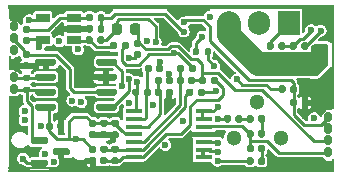
<source format=gbl>
G75*
G70*
%OFA0B0*%
%FSLAX25Y25*%
%IPPOS*%
%LPD*%
%AMOC8*
5,1,8,0,0,1.08239X$1,22.5*
%
%ADD10C,0.02756*%
%ADD13R,0.00984X0.04331*%
%ADD14R,0.00984X0.03858*%
%ADD16R,1.08661X0.00984*%
%ADD18R,0.00984X0.03740*%
%ADD20R,0.00984X0.24803*%
%ADD21R,0.00984X0.34449*%
%ADD25C,0.05118*%
%ADD29R,0.07500X0.07874*%
%ADD30O,0.07500X0.07874*%
%ADD31C,0.02362*%
%ADD32C,0.01969*%
%ADD33C,0.00984*%
%ADD35C,0.07874*%
%ADD40R,0.05709X0.01772*%
%ADD41R,0.04803X0.02559*%
X0000000Y0000000D02*
%LPD*%
G01*
D10*
X0111791Y0011674D03*
X0111791Y0023485D03*
X0111791Y0019548D03*
X0111791Y0015611D03*
D13*
X0005591Y0058327D03*
D14*
X0005591Y0041240D03*
D20*
X0005591Y0017776D03*
D16*
X0059429Y0060000D03*
X0059429Y0005866D03*
D21*
X0113268Y0043268D03*
D18*
X0113268Y0007244D03*
D10*
X0007102Y0049666D03*
X0007102Y0045729D03*
X0007102Y0032752D03*
X0007102Y0036752D03*
X0007102Y0053603D03*
X0004902Y0004469D02*
%LPD*%
G01*
D25*
X0096083Y0016083D03*
X0088209Y0027894D03*
X0080335Y0016083D03*
D10*
X0111792Y0010965D03*
X0111792Y0022776D03*
X0111792Y0018839D03*
X0111792Y0014902D03*
D20*
X0005591Y0017067D03*
D14*
X0005591Y0040532D03*
D16*
X0059430Y0059292D03*
D13*
X0005591Y0057619D03*
D21*
X0113268Y0042560D03*
D16*
X0059430Y0005158D03*
D18*
X0113268Y0006536D03*
D10*
X0007102Y0048957D03*
X0007102Y0045020D03*
X0007102Y0032044D03*
X0007102Y0036044D03*
X0007102Y0052894D03*
D29*
X0098563Y0054174D03*
D30*
X0088563Y0054174D03*
X0078563Y0054174D03*
G36*
G01*
X0084607Y0011828D02*
X0084607Y0013186D01*
G75*
G02*
X0085187Y0013767I0000581J0000000D01*
G01*
X0086349Y0013767D01*
G75*
G02*
X0086930Y0013186I0000000J-000581D01*
G01*
X0086930Y0011828D01*
G75*
G02*
X0086349Y0011247I-000581J0000000D01*
G01*
X0085187Y0011247D01*
G75*
G02*
X0084607Y0011828I0000000J0000581D01*
G01*
G37*
G36*
G01*
X0088426Y0011828D02*
X0088426Y0013186D01*
G75*
G02*
X0089006Y0013767I0000581J0000000D01*
G01*
X0090168Y0013767D01*
G75*
G02*
X0090748Y0013186I0000000J-000581D01*
G01*
X0090748Y0011828D01*
G75*
G02*
X0090168Y0011247I-000581J0000000D01*
G01*
X0089006Y0011247D01*
G75*
G02*
X0088426Y0011828I0000000J0000581D01*
G01*
G37*
G36*
G01*
X0099075Y0027117D02*
X0099075Y0028475D01*
G75*
G02*
X0099656Y0029056I0000581J0000000D01*
G01*
X0100817Y0029056D01*
G75*
G02*
X0101398Y0028475I0000000J-000581D01*
G01*
X0101398Y0027117D01*
G75*
G02*
X0100817Y0026536I-000581J0000000D01*
G01*
X0099656Y0026536D01*
G75*
G02*
X0099075Y0027117I0000000J0000581D01*
G01*
G37*
G36*
G01*
X0102894Y0027117D02*
X0102894Y0028475D01*
G75*
G02*
X0103475Y0029056I0000581J0000000D01*
G01*
X0104636Y0029056D01*
G75*
G02*
X0105217Y0028475I0000000J-000581D01*
G01*
X0105217Y0027117D01*
G75*
G02*
X0104636Y0026536I-000581J0000000D01*
G01*
X0103475Y0026536D01*
G75*
G02*
X0102894Y0027117I0000000J0000581D01*
G01*
G37*
G36*
G01*
X0049193Y0053313D02*
X0049193Y0051295D01*
G75*
G02*
X0048332Y0050434I-000861J0000000D01*
G01*
X0046610Y0050434D01*
G75*
G02*
X0045748Y0051295I0000000J0000861D01*
G01*
X0045748Y0053313D01*
G75*
G02*
X0046610Y0054174I0000861J0000000D01*
G01*
X0048332Y0054174D01*
G75*
G02*
X0049193Y0053313I0000000J-000861D01*
G01*
G37*
G36*
G01*
X0042993Y0053313D02*
X0042993Y0051295D01*
G75*
G02*
X0042131Y0050434I-000861J0000000D01*
G01*
X0040409Y0050434D01*
G75*
G02*
X0039548Y0051295I0000000J0000861D01*
G01*
X0039548Y0053313D01*
G75*
G02*
X0040409Y0054174I0000861J0000000D01*
G01*
X0042131Y0054174D01*
G75*
G02*
X0042993Y0053313I0000000J-000861D01*
G01*
G37*
G36*
G01*
X0090748Y0008987D02*
X0090748Y0007628D01*
G75*
G02*
X0090168Y0007048I-000581J0000000D01*
G01*
X0089006Y0007048D01*
G75*
G02*
X0088426Y0007628I0000000J0000581D01*
G01*
X0088426Y0008987D01*
G75*
G02*
X0089006Y0009567I0000581J0000000D01*
G01*
X0090168Y0009567D01*
G75*
G02*
X0090748Y0008987I0000000J-000581D01*
G01*
G37*
G36*
G01*
X0086930Y0008987D02*
X0086930Y0007628D01*
G75*
G02*
X0086349Y0007048I-000581J0000000D01*
G01*
X0085187Y0007048D01*
G75*
G02*
X0084607Y0007628I0000000J0000581D01*
G01*
X0084607Y0008987D01*
G75*
G02*
X0085187Y0009567I0000581J0000000D01*
G01*
X0086349Y0009567D01*
G75*
G02*
X0086930Y0008987I0000000J-000581D01*
G01*
G37*
G36*
G01*
X0031047Y0047983D02*
X0031047Y0049341D01*
G75*
G02*
X0031627Y0049922I0000581J0000000D01*
G01*
X0032789Y0049922D01*
G75*
G02*
X0033369Y0049341I0000000J-000581D01*
G01*
X0033369Y0047983D01*
G75*
G02*
X0032789Y0047402I-000581J0000000D01*
G01*
X0031627Y0047402D01*
G75*
G02*
X0031047Y0047983I0000000J0000581D01*
G01*
G37*
G36*
G01*
X0034865Y0047983D02*
X0034865Y0049341D01*
G75*
G02*
X0035446Y0049922I0000581J0000000D01*
G01*
X0036608Y0049922D01*
G75*
G02*
X0037188Y0049341I0000000J-000581D01*
G01*
X0037188Y0047983D01*
G75*
G02*
X0036608Y0047402I-000581J0000000D01*
G01*
X0035446Y0047402D01*
G75*
G02*
X0034865Y0047983I0000000J0000581D01*
G01*
G37*
G36*
G01*
X0039134Y0046113D02*
X0039134Y0047471D01*
G75*
G02*
X0039715Y0048052I0000581J0000000D01*
G01*
X0040876Y0048052D01*
G75*
G02*
X0041457Y0047471I0000000J-000581D01*
G01*
X0041457Y0046113D01*
G75*
G02*
X0040876Y0045532I-000581J0000000D01*
G01*
X0039715Y0045532D01*
G75*
G02*
X0039134Y0046113I0000000J0000581D01*
G01*
G37*
G36*
G01*
X0042953Y0046113D02*
X0042953Y0047471D01*
G75*
G02*
X0043534Y0048052I0000581J0000000D01*
G01*
X0044695Y0048052D01*
G75*
G02*
X0045276Y0047471I0000000J-000581D01*
G01*
X0045276Y0046113D01*
G75*
G02*
X0044695Y0045532I-000581J0000000D01*
G01*
X0043534Y0045532D01*
G75*
G02*
X0042953Y0046113I0000000J0000581D01*
G01*
G37*
G36*
G01*
X0010522Y0053445D02*
X0011880Y0053445D01*
G75*
G02*
X0012461Y0052865I0000000J-000581D01*
G01*
X0012461Y0051703D01*
G75*
G02*
X0011880Y0051123I-000581J0000000D01*
G01*
X0010522Y0051123D01*
G75*
G02*
X0009941Y0051703I0000000J0000581D01*
G01*
X0009941Y0052865D01*
G75*
G02*
X0010522Y0053445I0000581J0000000D01*
G01*
G37*
G36*
G01*
X0010522Y0049626D02*
X0011880Y0049626D01*
G75*
G02*
X0012461Y0049046I0000000J-000581D01*
G01*
X0012461Y0047884D01*
G75*
G02*
X0011880Y0047304I-000581J0000000D01*
G01*
X0010522Y0047304D01*
G75*
G02*
X0009941Y0047884I0000000J0000581D01*
G01*
X0009941Y0049046D01*
G75*
G02*
X0010522Y0049626I0000581J0000000D01*
G01*
G37*
G36*
G01*
X0060040Y0035857D02*
X0060040Y0034499D01*
G75*
G02*
X0059459Y0033918I-000581J0000000D01*
G01*
X0058298Y0033918D01*
G75*
G02*
X0057717Y0034499I0000000J0000581D01*
G01*
X0057717Y0035857D01*
G75*
G02*
X0058298Y0036438I0000581J0000000D01*
G01*
X0059459Y0036438D01*
G75*
G02*
X0060040Y0035857I0000000J-000581D01*
G01*
G37*
G36*
G01*
X0056221Y0035857D02*
X0056221Y0034499D01*
G75*
G02*
X0055640Y0033918I-000581J0000000D01*
G01*
X0054479Y0033918D01*
G75*
G02*
X0053898Y0034499I0000000J0000581D01*
G01*
X0053898Y0035857D01*
G75*
G02*
X0054479Y0036438I0000581J0000000D01*
G01*
X0055640Y0036438D01*
G75*
G02*
X0056221Y0035857I0000000J-000581D01*
G01*
G37*
G36*
G01*
X0053898Y0030562D02*
X0053898Y0031920D01*
G75*
G02*
X0054479Y0032500I0000581J0000000D01*
G01*
X0055640Y0032500D01*
G75*
G02*
X0056221Y0031920I0000000J-000581D01*
G01*
X0056221Y0030562D01*
G75*
G02*
X0055640Y0029981I-000581J0000000D01*
G01*
X0054479Y0029981D01*
G75*
G02*
X0053898Y0030562I0000000J0000581D01*
G01*
G37*
G36*
G01*
X0057717Y0030562D02*
X0057717Y0031920D01*
G75*
G02*
X0058298Y0032500I0000581J0000000D01*
G01*
X0059459Y0032500D01*
G75*
G02*
X0060040Y0031920I0000000J-000581D01*
G01*
X0060040Y0030562D01*
G75*
G02*
X0059459Y0029981I-000581J0000000D01*
G01*
X0058298Y0029981D01*
G75*
G02*
X0057717Y0030562I0000000J0000581D01*
G01*
G37*
G36*
G01*
X0101378Y0033002D02*
X0101378Y0031644D01*
G75*
G02*
X0100798Y0031063I-000581J0000000D01*
G01*
X0099636Y0031063D01*
G75*
G02*
X0099056Y0031644I0000000J0000581D01*
G01*
X0099056Y0033002D01*
G75*
G02*
X0099636Y0033583I0000581J0000000D01*
G01*
X0100798Y0033583D01*
G75*
G02*
X0101378Y0033002I0000000J-000581D01*
G01*
G37*
G36*
G01*
X0097559Y0033002D02*
X0097559Y0031644D01*
G75*
G02*
X0096979Y0031063I-000581J0000000D01*
G01*
X0095817Y0031063D01*
G75*
G02*
X0095237Y0031644I0000000J0000581D01*
G01*
X0095237Y0033002D01*
G75*
G02*
X0095817Y0033583I0000581J0000000D01*
G01*
X0096979Y0033583D01*
G75*
G02*
X0097559Y0033002I0000000J-000581D01*
G01*
G37*
D40*
X0047028Y0009587D03*
X0047028Y0012146D03*
X0047028Y0014705D03*
X0047028Y0017264D03*
X0047028Y0019823D03*
X0047028Y0022382D03*
X0047028Y0024941D03*
X0070256Y0024941D03*
X0070256Y0022382D03*
X0070256Y0019823D03*
X0070256Y0017264D03*
X0070256Y0014705D03*
X0070256Y0012146D03*
X0070256Y0009587D03*
G36*
G01*
X0037205Y0053081D02*
X0037205Y0051723D01*
G75*
G02*
X0036624Y0051142I-000581J0000000D01*
G01*
X0035463Y0051142D01*
G75*
G02*
X0034882Y0051723I0000000J0000581D01*
G01*
X0034882Y0053081D01*
G75*
G02*
X0035463Y0053662I0000581J0000000D01*
G01*
X0036624Y0053662D01*
G75*
G02*
X0037205Y0053081I0000000J-000581D01*
G01*
G37*
G36*
G01*
X0033386Y0053081D02*
X0033386Y0051723D01*
G75*
G02*
X0032806Y0051142I-000581J0000000D01*
G01*
X0031644Y0051142D01*
G75*
G02*
X0031063Y0051723I0000000J0000581D01*
G01*
X0031063Y0053081D01*
G75*
G02*
X0031644Y0053662I0000581J0000000D01*
G01*
X0032806Y0053662D01*
G75*
G02*
X0033386Y0053081I0000000J-000581D01*
G01*
G37*
G36*
G01*
X0031063Y0055463D02*
X0031063Y0056821D01*
G75*
G02*
X0031644Y0057402I0000581J0000000D01*
G01*
X0032806Y0057402D01*
G75*
G02*
X0033386Y0056821I0000000J-000581D01*
G01*
X0033386Y0055463D01*
G75*
G02*
X0032806Y0054882I-000581J0000000D01*
G01*
X0031644Y0054882D01*
G75*
G02*
X0031063Y0055463I0000000J0000581D01*
G01*
G37*
G36*
G01*
X0034882Y0055463D02*
X0034882Y0056821D01*
G75*
G02*
X0035463Y0057402I0000581J0000000D01*
G01*
X0036624Y0057402D01*
G75*
G02*
X0037205Y0056821I0000000J-000581D01*
G01*
X0037205Y0055463D01*
G75*
G02*
X0036624Y0054882I-000581J0000000D01*
G01*
X0035463Y0054882D01*
G75*
G02*
X0034882Y0055463I0000000J0000581D01*
G01*
G37*
G36*
G01*
X0091300Y0046014D02*
X0091300Y0047373D01*
G75*
G02*
X0091880Y0047953I0000581J0000000D01*
G01*
X0093042Y0047953D01*
G75*
G02*
X0093622Y0047373I0000000J-000581D01*
G01*
X0093622Y0046014D01*
G75*
G02*
X0093042Y0045434I-000581J0000000D01*
G01*
X0091880Y0045434D01*
G75*
G02*
X0091300Y0046014I0000000J0000581D01*
G01*
G37*
G36*
G01*
X0095119Y0046014D02*
X0095119Y0047373D01*
G75*
G02*
X0095699Y0047953I0000581J0000000D01*
G01*
X0096861Y0047953D01*
G75*
G02*
X0097441Y0047373I0000000J-000581D01*
G01*
X0097441Y0046014D01*
G75*
G02*
X0096861Y0045434I-000581J0000000D01*
G01*
X0095699Y0045434D01*
G75*
G02*
X0095119Y0046014I0000000J0000581D01*
G01*
G37*
G36*
G01*
X0084607Y0016716D02*
X0084607Y0018075D01*
G75*
G02*
X0085187Y0018655I0000581J0000000D01*
G01*
X0086349Y0018655D01*
G75*
G02*
X0086930Y0018075I0000000J-000581D01*
G01*
X0086930Y0016716D01*
G75*
G02*
X0086349Y0016136I-000581J0000000D01*
G01*
X0085187Y0016136D01*
G75*
G02*
X0084607Y0016716I0000000J0000581D01*
G01*
G37*
G36*
G01*
X0088426Y0016716D02*
X0088426Y0018075D01*
G75*
G02*
X0089006Y0018655I0000581J0000000D01*
G01*
X0090168Y0018655D01*
G75*
G02*
X0090748Y0018075I0000000J-000581D01*
G01*
X0090748Y0016716D01*
G75*
G02*
X0090168Y0016136I-000581J0000000D01*
G01*
X0089006Y0016136D01*
G75*
G02*
X0088426Y0016716I0000000J0000581D01*
G01*
G37*
G36*
G01*
X0056792Y0039794D02*
X0056792Y0038436D01*
G75*
G02*
X0056211Y0037855I-000581J0000000D01*
G01*
X0055050Y0037855D01*
G75*
G02*
X0054469Y0038436I0000000J0000581D01*
G01*
X0054469Y0039794D01*
G75*
G02*
X0055050Y0040375I0000581J0000000D01*
G01*
X0056211Y0040375D01*
G75*
G02*
X0056792Y0039794I0000000J-000581D01*
G01*
G37*
G36*
G01*
X0052973Y0039794D02*
X0052973Y0038436D01*
G75*
G02*
X0052392Y0037855I-000581J0000000D01*
G01*
X0051231Y0037855D01*
G75*
G02*
X0050650Y0038436I0000000J0000581D01*
G01*
X0050650Y0039794D01*
G75*
G02*
X0051231Y0040375I0000581J0000000D01*
G01*
X0052392Y0040375D01*
G75*
G02*
X0052973Y0039794I0000000J-000581D01*
G01*
G37*
G36*
G01*
X0105119Y0047373D02*
X0105119Y0046014D01*
G75*
G02*
X0104538Y0045434I-000581J0000000D01*
G01*
X0103376Y0045434D01*
G75*
G02*
X0102796Y0046014I0000000J0000581D01*
G01*
X0102796Y0047373D01*
G75*
G02*
X0103376Y0047953I0000581J0000000D01*
G01*
X0104538Y0047953D01*
G75*
G02*
X0105119Y0047373I0000000J-000581D01*
G01*
G37*
G36*
G01*
X0101300Y0047373D02*
X0101300Y0046014D01*
G75*
G02*
X0100719Y0045434I-000581J0000000D01*
G01*
X0099558Y0045434D01*
G75*
G02*
X0098977Y0046014I0000000J0000581D01*
G01*
X0098977Y0047373D01*
G75*
G02*
X0099558Y0047953I0000581J0000000D01*
G01*
X0100719Y0047953D01*
G75*
G02*
X0101300Y0047373I0000000J-000581D01*
G01*
G37*
G36*
G01*
X0052658Y0031920D02*
X0052658Y0030562D01*
G75*
G02*
X0052077Y0029981I-000581J0000000D01*
G01*
X0050916Y0029981D01*
G75*
G02*
X0050335Y0030562I0000000J0000581D01*
G01*
X0050335Y0031920D01*
G75*
G02*
X0050916Y0032500I0000581J0000000D01*
G01*
X0052077Y0032500D01*
G75*
G02*
X0052658Y0031920I0000000J-000581D01*
G01*
G37*
G36*
G01*
X0048839Y0031920D02*
X0048839Y0030562D01*
G75*
G02*
X0048258Y0029981I-000581J0000000D01*
G01*
X0047097Y0029981D01*
G75*
G02*
X0046516Y0030562I0000000J0000581D01*
G01*
X0046516Y0031920D01*
G75*
G02*
X0047097Y0032500I0000581J0000000D01*
G01*
X0048258Y0032500D01*
G75*
G02*
X0048839Y0031920I0000000J-000581D01*
G01*
G37*
G36*
G01*
X0041408Y0007304D02*
X0040050Y0007304D01*
G75*
G02*
X0039469Y0007884I0000000J0000581D01*
G01*
X0039469Y0009046D01*
G75*
G02*
X0040050Y0009626I0000581J0000000D01*
G01*
X0041408Y0009626D01*
G75*
G02*
X0041989Y0009046I0000000J-000581D01*
G01*
X0041989Y0007884D01*
G75*
G02*
X0041408Y0007304I-000581J0000000D01*
G01*
G37*
G36*
G01*
X0041408Y0011123D02*
X0040050Y0011123D01*
G75*
G02*
X0039469Y0011703I0000000J0000581D01*
G01*
X0039469Y0012865D01*
G75*
G02*
X0040050Y0013445I0000581J0000000D01*
G01*
X0041408Y0013445D01*
G75*
G02*
X0041989Y0012865I0000000J-000581D01*
G01*
X0041989Y0011703D01*
G75*
G02*
X0041408Y0011123I-000581J0000000D01*
G01*
G37*
G36*
G01*
X0067520Y0035857D02*
X0067520Y0034499D01*
G75*
G02*
X0066939Y0033918I-000581J0000000D01*
G01*
X0065778Y0033918D01*
G75*
G02*
X0065197Y0034499I0000000J0000581D01*
G01*
X0065197Y0035857D01*
G75*
G02*
X0065778Y0036438I0000581J0000000D01*
G01*
X0066939Y0036438D01*
G75*
G02*
X0067520Y0035857I0000000J-000581D01*
G01*
G37*
G36*
G01*
X0063701Y0035857D02*
X0063701Y0034499D01*
G75*
G02*
X0063121Y0033918I-000581J0000000D01*
G01*
X0061959Y0033918D01*
G75*
G02*
X0061378Y0034499I0000000J0000581D01*
G01*
X0061378Y0035857D01*
G75*
G02*
X0061959Y0036438I0000581J0000000D01*
G01*
X0063121Y0036438D01*
G75*
G02*
X0063701Y0035857I0000000J-000581D01*
G01*
G37*
G36*
G01*
X0068859Y0034499D02*
X0068859Y0035857D01*
G75*
G02*
X0069439Y0036438I0000581J0000000D01*
G01*
X0070601Y0036438D01*
G75*
G02*
X0071182Y0035857I0000000J-000581D01*
G01*
X0071182Y0034499D01*
G75*
G02*
X0070601Y0033918I-000581J0000000D01*
G01*
X0069439Y0033918D01*
G75*
G02*
X0068859Y0034499I0000000J0000581D01*
G01*
G37*
G36*
G01*
X0072678Y0034499D02*
X0072678Y0035857D01*
G75*
G02*
X0073258Y0036438I0000581J0000000D01*
G01*
X0074420Y0036438D01*
G75*
G02*
X0075000Y0035857I0000000J-000581D01*
G01*
X0075000Y0034499D01*
G75*
G02*
X0074420Y0033918I-000581J0000000D01*
G01*
X0073258Y0033918D01*
G75*
G02*
X0072678Y0034499I0000000J0000581D01*
G01*
G37*
G36*
G01*
X0037668Y0007304D02*
X0036309Y0007304D01*
G75*
G02*
X0035729Y0007884I0000000J0000581D01*
G01*
X0035729Y0009046D01*
G75*
G02*
X0036309Y0009626I0000581J0000000D01*
G01*
X0037668Y0009626D01*
G75*
G02*
X0038248Y0009046I0000000J-000581D01*
G01*
X0038248Y0007884D01*
G75*
G02*
X0037668Y0007304I-000581J0000000D01*
G01*
G37*
G36*
G01*
X0037668Y0011123D02*
X0036309Y0011123D01*
G75*
G02*
X0035729Y0011703I0000000J0000581D01*
G01*
X0035729Y0012865D01*
G75*
G02*
X0036309Y0013445I0000581J0000000D01*
G01*
X0037668Y0013445D01*
G75*
G02*
X0038248Y0012865I0000000J-000581D01*
G01*
X0038248Y0011703D01*
G75*
G02*
X0037668Y0011123I-000581J0000000D01*
G01*
G37*
D41*
X0026989Y0056142D03*
X0026989Y0052402D03*
X0026989Y0048662D03*
X0016674Y0048662D03*
X0016674Y0056142D03*
G36*
G01*
X0061477Y0038436D02*
X0061477Y0039794D01*
G75*
G02*
X0062058Y0040375I0000581J0000000D01*
G01*
X0063219Y0040375D01*
G75*
G02*
X0063800Y0039794I0000000J-000581D01*
G01*
X0063800Y0038436D01*
G75*
G02*
X0063219Y0037855I-000581J0000000D01*
G01*
X0062058Y0037855D01*
G75*
G02*
X0061477Y0038436I0000000J0000581D01*
G01*
G37*
G36*
G01*
X0065296Y0038436D02*
X0065296Y0039794D01*
G75*
G02*
X0065876Y0040375I0000581J0000000D01*
G01*
X0067038Y0040375D01*
G75*
G02*
X0067619Y0039794I0000000J-000581D01*
G01*
X0067619Y0038436D01*
G75*
G02*
X0067038Y0037855I-000581J0000000D01*
G01*
X0065876Y0037855D01*
G75*
G02*
X0065296Y0038436I0000000J0000581D01*
G01*
G37*
G36*
G01*
X0048888Y0042540D02*
X0047530Y0042540D01*
G75*
G02*
X0046949Y0043121I0000000J0000581D01*
G01*
X0046949Y0044282D01*
G75*
G02*
X0047530Y0044863I0000581J0000000D01*
G01*
X0048888Y0044863D01*
G75*
G02*
X0049469Y0044282I0000000J-000581D01*
G01*
X0049469Y0043121D01*
G75*
G02*
X0048888Y0042540I-000581J0000000D01*
G01*
G37*
G36*
G01*
X0048888Y0046359D02*
X0047530Y0046359D01*
G75*
G02*
X0046949Y0046939I0000000J0000581D01*
G01*
X0046949Y0048101D01*
G75*
G02*
X0047530Y0048682I0000581J0000000D01*
G01*
X0048888Y0048682D01*
G75*
G02*
X0049469Y0048101I0000000J-000581D01*
G01*
X0049469Y0046939D01*
G75*
G02*
X0048888Y0046359I-000581J0000000D01*
G01*
G37*
G36*
G01*
X0040050Y0022107D02*
X0041408Y0022107D01*
G75*
G02*
X0041989Y0021526I0000000J-000581D01*
G01*
X0041989Y0020365D01*
G75*
G02*
X0041408Y0019784I-000581J0000000D01*
G01*
X0040050Y0019784D01*
G75*
G02*
X0039469Y0020365I0000000J0000581D01*
G01*
X0039469Y0021526D01*
G75*
G02*
X0040050Y0022107I0000581J0000000D01*
G01*
G37*
G36*
G01*
X0040050Y0018288D02*
X0041408Y0018288D01*
G75*
G02*
X0041989Y0017707I0000000J-000581D01*
G01*
X0041989Y0016546D01*
G75*
G02*
X0041408Y0015965I-000581J0000000D01*
G01*
X0040050Y0015965D01*
G75*
G02*
X0039469Y0016546I0000000J0000581D01*
G01*
X0039469Y0017707D01*
G75*
G02*
X0040050Y0018288I0000581J0000000D01*
G01*
G37*
G36*
G01*
X0083170Y0023062D02*
X0083170Y0021703D01*
G75*
G02*
X0082589Y0021123I-000581J0000000D01*
G01*
X0081428Y0021123D01*
G75*
G02*
X0080847Y0021703I0000000J0000581D01*
G01*
X0080847Y0023062D01*
G75*
G02*
X0081428Y0023642I0000581J0000000D01*
G01*
X0082589Y0023642D01*
G75*
G02*
X0083170Y0023062I0000000J-000581D01*
G01*
G37*
G36*
G01*
X0079351Y0023062D02*
X0079351Y0021703D01*
G75*
G02*
X0078770Y0021123I-000581J0000000D01*
G01*
X0077609Y0021123D01*
G75*
G02*
X0077028Y0021703I0000000J0000581D01*
G01*
X0077028Y0023062D01*
G75*
G02*
X0077609Y0023642I0000581J0000000D01*
G01*
X0078770Y0023642D01*
G75*
G02*
X0079351Y0023062I0000000J-000581D01*
G01*
G37*
G36*
G01*
X0090748Y0023062D02*
X0090748Y0021703D01*
G75*
G02*
X0090168Y0021123I-000581J0000000D01*
G01*
X0089006Y0021123D01*
G75*
G02*
X0088426Y0021703I0000000J0000581D01*
G01*
X0088426Y0023062D01*
G75*
G02*
X0089006Y0023642I0000581J0000000D01*
G01*
X0090168Y0023642D01*
G75*
G02*
X0090748Y0023062I0000000J-000581D01*
G01*
G37*
G36*
G01*
X0086930Y0023062D02*
X0086930Y0021703D01*
G75*
G02*
X0086349Y0021123I-000581J0000000D01*
G01*
X0085187Y0021123D01*
G75*
G02*
X0084607Y0021703I0000000J0000581D01*
G01*
X0084607Y0023062D01*
G75*
G02*
X0085187Y0023642I0000581J0000000D01*
G01*
X0086349Y0023642D01*
G75*
G02*
X0086930Y0023062I0000000J-000581D01*
G01*
G37*
G36*
G01*
X0036309Y0022107D02*
X0037668Y0022107D01*
G75*
G02*
X0038248Y0021526I0000000J-000581D01*
G01*
X0038248Y0020365D01*
G75*
G02*
X0037668Y0019784I-000581J0000000D01*
G01*
X0036309Y0019784D01*
G75*
G02*
X0035729Y0020365I0000000J0000581D01*
G01*
X0035729Y0021526D01*
G75*
G02*
X0036309Y0022107I0000581J0000000D01*
G01*
G37*
G36*
G01*
X0036309Y0018288D02*
X0037668Y0018288D01*
G75*
G02*
X0038248Y0017707I0000000J-000581D01*
G01*
X0038248Y0016546D01*
G75*
G02*
X0037668Y0015965I-000581J0000000D01*
G01*
X0036309Y0015965D01*
G75*
G02*
X0035729Y0016546I0000000J0000581D01*
G01*
X0035729Y0017707D01*
G75*
G02*
X0036309Y0018288I0000581J0000000D01*
G01*
G37*
G36*
G01*
X0070670Y0031920D02*
X0070670Y0030562D01*
G75*
G02*
X0070089Y0029981I-000581J0000000D01*
G01*
X0068928Y0029981D01*
G75*
G02*
X0068347Y0030562I0000000J0000581D01*
G01*
X0068347Y0031920D01*
G75*
G02*
X0068928Y0032500I0000581J0000000D01*
G01*
X0070089Y0032500D01*
G75*
G02*
X0070670Y0031920I0000000J-000581D01*
G01*
G37*
G36*
G01*
X0066851Y0031920D02*
X0066851Y0030562D01*
G75*
G02*
X0066270Y0029981I-000581J0000000D01*
G01*
X0065109Y0029981D01*
G75*
G02*
X0064528Y0030562I0000000J0000581D01*
G01*
X0064528Y0031920D01*
G75*
G02*
X0065109Y0032500I0000581J0000000D01*
G01*
X0066270Y0032500D01*
G75*
G02*
X0066851Y0031920I0000000J-000581D01*
G01*
G37*
G36*
G01*
X0032569Y0022107D02*
X0033928Y0022107D01*
G75*
G02*
X0034508Y0021526I0000000J-000581D01*
G01*
X0034508Y0020365D01*
G75*
G02*
X0033928Y0019784I-000581J0000000D01*
G01*
X0032569Y0019784D01*
G75*
G02*
X0031989Y0020365I0000000J0000581D01*
G01*
X0031989Y0021526D01*
G75*
G02*
X0032569Y0022107I0000581J0000000D01*
G01*
G37*
G36*
G01*
X0032569Y0018288D02*
X0033928Y0018288D01*
G75*
G02*
X0034508Y0017707I0000000J-000581D01*
G01*
X0034508Y0016546D01*
G75*
G02*
X0033928Y0015965I-000581J0000000D01*
G01*
X0032569Y0015965D01*
G75*
G02*
X0031989Y0016546I0000000J0000581D01*
G01*
X0031989Y0017707D01*
G75*
G02*
X0032569Y0018288I0000581J0000000D01*
G01*
G37*
G36*
G01*
X0032569Y0013445D02*
X0033928Y0013445D01*
G75*
G02*
X0034508Y0012865I0000000J-000581D01*
G01*
X0034508Y0011703D01*
G75*
G02*
X0033928Y0011123I-000581J0000000D01*
G01*
X0032569Y0011123D01*
G75*
G02*
X0031989Y0011703I0000000J0000581D01*
G01*
X0031989Y0012865D01*
G75*
G02*
X0032569Y0013445I0000581J0000000D01*
G01*
G37*
G36*
G01*
X0032569Y0009626D02*
X0033928Y0009626D01*
G75*
G02*
X0034508Y0009046I0000000J-000581D01*
G01*
X0034508Y0007884D01*
G75*
G02*
X0033928Y0007304I-000581J0000000D01*
G01*
X0032569Y0007304D01*
G75*
G02*
X0031989Y0007884I0000000J0000581D01*
G01*
X0031989Y0009046D01*
G75*
G02*
X0032569Y0009626I0000581J0000000D01*
G01*
G37*
G36*
G01*
X0017756Y0019252D02*
X0017756Y0020591D01*
G75*
G02*
X0018307Y0021142I0000551J0000000D01*
G01*
X0019410Y0021142D01*
G75*
G02*
X0019961Y0020591I0000000J-000551D01*
G01*
X0019961Y0019252D01*
G75*
G02*
X0019410Y0018701I-000551J0000000D01*
G01*
X0018307Y0018701D01*
G75*
G02*
X0017756Y0019252I0000000J0000551D01*
G01*
G37*
G36*
G01*
X0021536Y0019252D02*
X0021536Y0020591D01*
G75*
G02*
X0022087Y0021142I0000551J0000000D01*
G01*
X0023189Y0021142D01*
G75*
G02*
X0023740Y0020591I0000000J-000551D01*
G01*
X0023740Y0019252D01*
G75*
G02*
X0023189Y0018701I-000551J0000000D01*
G01*
X0022087Y0018701D01*
G75*
G02*
X0021536Y0019252I0000000J0000551D01*
G01*
G37*
G36*
G01*
X0072697Y0045512D02*
X0072697Y0044056D01*
G75*
G02*
X0072166Y0043524I-000531J0000000D01*
G01*
X0071103Y0043524D01*
G75*
G02*
X0070571Y0044056I0000000J0000531D01*
G01*
X0070571Y0045512D01*
G75*
G02*
X0071103Y0046044I0000531J0000000D01*
G01*
X0072166Y0046044D01*
G75*
G02*
X0072697Y0045512I0000000J-000531D01*
G01*
G37*
G36*
G01*
X0068682Y0045512D02*
X0068682Y0044056D01*
G75*
G02*
X0068150Y0043524I-000531J0000000D01*
G01*
X0067087Y0043524D01*
G75*
G02*
X0066556Y0044056I0000000J0000531D01*
G01*
X0066556Y0045512D01*
G75*
G02*
X0067087Y0046044I0000531J0000000D01*
G01*
X0068150Y0046044D01*
G75*
G02*
X0068682Y0045512I0000000J-000531D01*
G01*
G37*
G36*
G01*
X0011969Y0030979D02*
X0010512Y0030979D01*
G75*
G02*
X0009981Y0031511I0000000J0000531D01*
G01*
X0009981Y0032574D01*
G75*
G02*
X0010512Y0033105I0000531J0000000D01*
G01*
X0011969Y0033105D01*
G75*
G02*
X0012500Y0032574I0000000J-000531D01*
G01*
X0012500Y0031511D01*
G75*
G02*
X0011969Y0030979I-000531J0000000D01*
G01*
G37*
G36*
G01*
X0011969Y0034995D02*
X0010512Y0034995D01*
G75*
G02*
X0009981Y0035527I0000000J0000531D01*
G01*
X0009981Y0036590D01*
G75*
G02*
X0010512Y0037121I0000531J0000000D01*
G01*
X0011969Y0037121D01*
G75*
G02*
X0012500Y0036590I0000000J-000531D01*
G01*
X0012500Y0035527D01*
G75*
G02*
X0011969Y0034995I-000531J0000000D01*
G01*
G37*
G36*
G01*
X0012579Y0007028D02*
X0012579Y0008209D01*
G75*
G02*
X0013170Y0008800I0000591J0000000D01*
G01*
X0017796Y0008800D01*
G75*
G02*
X0018386Y0008209I0000000J-000591D01*
G01*
X0018386Y0007028D01*
G75*
G02*
X0017796Y0006438I-000591J0000000D01*
G01*
X0013170Y0006438D01*
G75*
G02*
X0012579Y0007028I0000000J0000591D01*
G01*
G37*
G36*
G01*
X0012579Y0014508D02*
X0012579Y0015689D01*
G75*
G02*
X0013170Y0016280I0000591J0000000D01*
G01*
X0017796Y0016280D01*
G75*
G02*
X0018386Y0015689I0000000J-000591D01*
G01*
X0018386Y0014508D01*
G75*
G02*
X0017796Y0013918I-000591J0000000D01*
G01*
X0013170Y0013918D01*
G75*
G02*
X0012579Y0014508I0000000J0000591D01*
G01*
G37*
G36*
G01*
X0019961Y0010768D02*
X0019961Y0011949D01*
G75*
G02*
X0020552Y0012540I0000591J0000000D01*
G01*
X0025178Y0012540D01*
G75*
G02*
X0025768Y0011949I0000000J-000591D01*
G01*
X0025768Y0010768D01*
G75*
G02*
X0025178Y0010178I-000591J0000000D01*
G01*
X0020552Y0010178D01*
G75*
G02*
X0019961Y0010768I0000000J0000591D01*
G01*
G37*
G36*
G01*
X0010532Y0044960D02*
X0011871Y0044960D01*
G75*
G02*
X0012422Y0044408I0000000J-000551D01*
G01*
X0012422Y0043306D01*
G75*
G02*
X0011871Y0042755I-000551J0000000D01*
G01*
X0010532Y0042755D01*
G75*
G02*
X0009981Y0043306I0000000J0000551D01*
G01*
X0009981Y0044408D01*
G75*
G02*
X0010532Y0044960I0000551J0000000D01*
G01*
G37*
G36*
G01*
X0010532Y0041180D02*
X0011871Y0041180D01*
G75*
G02*
X0012422Y0040629I0000000J-000551D01*
G01*
X0012422Y0039527D01*
G75*
G02*
X0011871Y0038975I-000551J0000000D01*
G01*
X0010532Y0038975D01*
G75*
G02*
X0009981Y0039527I0000000J0000551D01*
G01*
X0009981Y0040629D01*
G75*
G02*
X0010532Y0041180I0000551J0000000D01*
G01*
G37*
G36*
G01*
X0041319Y0041889D02*
X0041319Y0040708D01*
G75*
G02*
X0040729Y0040117I-000591J0000000D01*
G01*
X0035020Y0040117D01*
G75*
G02*
X0034430Y0040708I0000000J0000591D01*
G01*
X0034430Y0041889D01*
G75*
G02*
X0035020Y0042479I0000591J0000000D01*
G01*
X0040729Y0042479D01*
G75*
G02*
X0041319Y0041889I0000000J-000591D01*
G01*
G37*
G36*
G01*
X0041319Y0036889D02*
X0041319Y0035708D01*
G75*
G02*
X0040729Y0035117I-000591J0000000D01*
G01*
X0035020Y0035117D01*
G75*
G02*
X0034430Y0035708I0000000J0000591D01*
G01*
X0034430Y0036889D01*
G75*
G02*
X0035020Y0037479I0000591J0000000D01*
G01*
X0040729Y0037479D01*
G75*
G02*
X0041319Y0036889I0000000J-000591D01*
G01*
G37*
G36*
G01*
X0041319Y0031889D02*
X0041319Y0030708D01*
G75*
G02*
X0040729Y0030117I-000591J0000000D01*
G01*
X0035020Y0030117D01*
G75*
G02*
X0034430Y0030708I0000000J0000591D01*
G01*
X0034430Y0031889D01*
G75*
G02*
X0035020Y0032479I0000591J0000000D01*
G01*
X0040729Y0032479D01*
G75*
G02*
X0041319Y0031889I0000000J-000591D01*
G01*
G37*
G36*
G01*
X0041319Y0026889D02*
X0041319Y0025708D01*
G75*
G02*
X0040729Y0025117I-000591J0000000D01*
G01*
X0035020Y0025117D01*
G75*
G02*
X0034430Y0025708I0000000J0000591D01*
G01*
X0034430Y0026889D01*
G75*
G02*
X0035020Y0027479I0000591J0000000D01*
G01*
X0040729Y0027479D01*
G75*
G02*
X0041319Y0026889I0000000J-000591D01*
G01*
G37*
G36*
G01*
X0021044Y0026889D02*
X0021044Y0025708D01*
G75*
G02*
X0020453Y0025117I-000591J0000000D01*
G01*
X0014745Y0025117D01*
G75*
G02*
X0014154Y0025708I0000000J0000591D01*
G01*
X0014154Y0026889D01*
G75*
G02*
X0014745Y0027479I0000591J0000000D01*
G01*
X0020453Y0027479D01*
G75*
G02*
X0021044Y0026889I0000000J-000591D01*
G01*
G37*
G36*
G01*
X0021044Y0031889D02*
X0021044Y0030708D01*
G75*
G02*
X0020453Y0030117I-000591J0000000D01*
G01*
X0014745Y0030117D01*
G75*
G02*
X0014154Y0030708I0000000J0000591D01*
G01*
X0014154Y0031889D01*
G75*
G02*
X0014745Y0032479I0000591J0000000D01*
G01*
X0020453Y0032479D01*
G75*
G02*
X0021044Y0031889I0000000J-000591D01*
G01*
G37*
G36*
G01*
X0021044Y0036889D02*
X0021044Y0035708D01*
G75*
G02*
X0020453Y0035117I-000591J0000000D01*
G01*
X0014745Y0035117D01*
G75*
G02*
X0014154Y0035708I0000000J0000591D01*
G01*
X0014154Y0036889D01*
G75*
G02*
X0014745Y0037479I0000591J0000000D01*
G01*
X0020453Y0037479D01*
G75*
G02*
X0021044Y0036889I0000000J-000591D01*
G01*
G37*
G36*
G01*
X0021044Y0041889D02*
X0021044Y0040708D01*
G75*
G02*
X0020453Y0040117I-000591J0000000D01*
G01*
X0014745Y0040117D01*
G75*
G02*
X0014154Y0040708I0000000J0000591D01*
G01*
X0014154Y0041889D01*
G75*
G02*
X0014745Y0042479I0000591J0000000D01*
G01*
X0020453Y0042479D01*
G75*
G02*
X0021044Y0041889I0000000J-000591D01*
G01*
G37*
D31*
X0007658Y0040886D03*
X0067402Y0006438D03*
X0104203Y0023506D03*
X0038465Y0058463D03*
X0021241Y0058406D03*
X0047422Y0038095D03*
X0007658Y0007225D03*
X0006477Y0028288D03*
X0078721Y0037737D03*
X0014377Y0039356D03*
X0022914Y0022834D03*
X0104607Y0056044D03*
X0074923Y0017461D03*
X0112481Y0055847D03*
X0025670Y0007619D03*
X0109430Y0005945D03*
X0060414Y0014510D03*
X0102028Y0006017D03*
X0030493Y0007225D03*
X0069472Y0052819D03*
X0058248Y0027500D03*
X0022873Y0035198D03*
X0040138Y0015296D03*
X0047619Y0006241D03*
X0028327Y0035079D03*
X0055493Y0006536D03*
X0057343Y0048014D03*
X0069724Y0058664D03*
X0021701Y0052040D03*
X0007221Y0057590D03*
X0055650Y0041475D03*
X0063682Y0054510D03*
X0054240Y0047953D03*
X0027737Y0015591D03*
X0012089Y0055265D03*
X0020215Y0008012D03*
X0074963Y0022382D03*
X0028426Y0045553D03*
X0053354Y0027107D03*
X0010551Y0025040D03*
X0017295Y0010727D03*
X0074923Y0014451D03*
X0074923Y0026459D03*
X0058839Y0037500D03*
X0074923Y0011441D03*
X0081280Y0035571D03*
X0060374Y0044253D03*
X0063600Y0051501D03*
X0048204Y0034685D03*
X0109233Y0051713D03*
X0107067Y0022579D03*
X0074225Y0031585D03*
X0051272Y0048455D03*
X0074923Y0008430D03*
X0057521Y0013678D03*
X0043038Y0033351D03*
X0045360Y0035672D03*
X0106083Y0051910D03*
X0072381Y0056475D03*
X0045356Y0027738D03*
X0026478Y0028476D03*
X0045337Y0042739D03*
X0015293Y0046338D03*
X0010549Y0021930D03*
X0029508Y0027974D03*
X0015927Y0020055D03*
X0073763Y0040058D03*
X0022126Y0048268D03*
X0063426Y0021838D03*
X0110512Y0046103D03*
X0107461Y0043347D03*
X0107461Y0046103D03*
X0107461Y0040591D03*
X0110512Y0043347D03*
X0009988Y0009131D03*
X0069815Y0049828D03*
D32*
X0013655Y0040078D02*
X0011201Y0040078D01*
X0014377Y0039356D02*
X0013655Y0040078D01*
D33*
X0066359Y0035178D02*
X0070020Y0035178D01*
X0059412Y0046576D02*
X0061562Y0046576D01*
X0106922Y0014902D02*
X0111792Y0014902D01*
X0074981Y0037737D02*
X0080650Y0032067D01*
X0069646Y0040559D02*
X0069646Y0035551D01*
X0061562Y0046576D02*
X0065954Y0042185D01*
X0089757Y0032067D02*
X0106922Y0014902D01*
X0080650Y0032067D02*
X0089757Y0032067D01*
X0069646Y0035551D02*
X0070020Y0035178D01*
X0048445Y0051329D02*
X0048445Y0047973D01*
X0065954Y0042185D02*
X0068021Y0042185D01*
X0058348Y0045513D02*
X0059412Y0046576D01*
X0050906Y0045513D02*
X0058348Y0045513D01*
X0069666Y0037737D02*
X0074981Y0037737D01*
X0068021Y0042185D02*
X0069646Y0040559D01*
X0047471Y0052304D02*
X0048445Y0051329D01*
X0048445Y0047973D02*
X0050906Y0045513D01*
X0091280Y0014941D02*
X0095256Y0010965D01*
X0095256Y0010965D02*
X0111792Y0010965D01*
X0085768Y0014941D02*
X0091280Y0014941D01*
X0069902Y0019961D02*
X0083203Y0019961D01*
X0085768Y0013196D02*
X0085768Y0014941D01*
X0083203Y0019961D02*
X0085768Y0017396D01*
X0085768Y0017396D02*
X0085768Y0014941D01*
X0064585Y0055414D02*
X0070160Y0055414D01*
X0100237Y0023898D02*
X0100522Y0023613D01*
X0072343Y0048445D02*
X0085414Y0035375D01*
X0070160Y0055414D02*
X0072343Y0053231D01*
X0055630Y0041456D02*
X0055630Y0039115D01*
X0100217Y0027815D02*
X0100237Y0027796D01*
X0100217Y0032323D02*
X0100217Y0027815D01*
X0103879Y0020256D02*
X0109272Y0020256D01*
X0055650Y0041475D02*
X0055630Y0041456D01*
X0109272Y0020256D02*
X0111792Y0022776D01*
X0099341Y0035375D02*
X0100217Y0034499D01*
X0100217Y0034499D02*
X0100217Y0032323D01*
X0100522Y0023613D02*
X0103879Y0020256D01*
X0085414Y0035375D02*
X0099341Y0035375D01*
X0063682Y0054510D02*
X0064585Y0055414D01*
X0072343Y0053231D02*
X0072343Y0048445D01*
X0100237Y0027796D02*
X0100237Y0023898D01*
X0051812Y0055788D02*
X0042047Y0055788D01*
X0042047Y0055788D02*
X0041270Y0055010D01*
X0037628Y0048662D02*
X0041270Y0052304D01*
X0054240Y0047953D02*
X0054240Y0053359D01*
X0041270Y0055010D02*
X0041270Y0052304D01*
X0054240Y0053359D02*
X0051812Y0055788D01*
X0036027Y0048662D02*
X0037628Y0048662D01*
X0037874Y0031346D02*
X0027041Y0031346D01*
X0021002Y0043838D02*
X0011378Y0043838D01*
X0025729Y0032658D02*
X0025729Y0039111D01*
X0010462Y0045224D02*
X0007102Y0048584D01*
X0010462Y0044596D02*
X0010462Y0045224D01*
X0011201Y0043857D02*
X0010462Y0044596D01*
X0025729Y0039111D02*
X0021002Y0043838D01*
X0027041Y0031346D02*
X0025729Y0032658D01*
X0007102Y0048584D02*
X0007102Y0048957D01*
X0012158Y0055335D02*
X0016063Y0055335D01*
X0033248Y0020945D02*
X0031024Y0023170D01*
X0074963Y0022382D02*
X0077402Y0022382D01*
X0026949Y0023170D02*
X0025374Y0021595D01*
X0046536Y0017264D02*
X0044232Y0017264D01*
X0030000Y0015591D02*
X0026063Y0015591D01*
X0033248Y0012481D02*
X0033111Y0012481D01*
X0021536Y0015591D02*
X0018878Y0018249D01*
X0026063Y0015591D02*
X0021536Y0015591D01*
X0043131Y0018421D02*
X0040729Y0020823D01*
X0018878Y0018249D02*
X0018878Y0025019D01*
X0025374Y0021595D02*
X0025374Y0015689D01*
X0077402Y0022382D02*
X0078189Y0021595D01*
X0018878Y0025019D02*
X0017599Y0026298D01*
X0044232Y0017264D02*
X0043131Y0018366D01*
X0043131Y0018366D02*
X0043131Y0018421D01*
X0031024Y0023170D02*
X0026949Y0023170D01*
X0040729Y0020823D02*
X0040729Y0020945D01*
X0016063Y0055335D02*
X0016674Y0055945D01*
X0040729Y0020945D02*
X0033248Y0020945D01*
X0033111Y0012481D02*
X0030000Y0015591D01*
X0012089Y0055265D02*
X0012158Y0055335D01*
X0018858Y0025086D02*
X0017599Y0026346D01*
X0074923Y0014451D02*
X0074866Y0014508D01*
X0074866Y0014508D02*
X0069961Y0014508D01*
X0074923Y0026459D02*
X0073406Y0024941D01*
X0073406Y0024941D02*
X0069764Y0024941D01*
X0058878Y0037461D02*
X0058878Y0035178D01*
X0069764Y0024941D02*
X0069764Y0022382D01*
X0058839Y0037500D02*
X0058878Y0037461D01*
X0091083Y0033740D02*
X0092599Y0032225D01*
X0072233Y0011711D02*
X0071798Y0012146D01*
X0096300Y0032225D02*
X0096398Y0032323D01*
X0069764Y0011654D02*
X0069764Y0009587D01*
X0043014Y0041751D02*
X0043014Y0045691D01*
X0070256Y0012146D02*
X0069764Y0011654D01*
X0070059Y0010571D02*
X0070059Y0011949D01*
X0074923Y0011441D02*
X0074653Y0011711D01*
X0061574Y0044253D02*
X0066319Y0039508D01*
X0083111Y0033740D02*
X0091083Y0033740D01*
X0074653Y0011711D02*
X0072233Y0011711D01*
X0043014Y0045691D02*
X0044115Y0046792D01*
X0060374Y0044253D02*
X0060000Y0043878D01*
X0081280Y0035571D02*
X0083111Y0033740D01*
X0066319Y0039508D02*
X0066319Y0039056D01*
X0092599Y0032225D02*
X0096300Y0032225D01*
X0052083Y0043878D02*
X0048620Y0040416D01*
X0060000Y0043878D02*
X0052083Y0043878D01*
X0060374Y0044253D02*
X0061574Y0044253D01*
X0048620Y0040416D02*
X0044349Y0040416D01*
X0044349Y0040416D02*
X0043014Y0041751D01*
X0070059Y0011949D02*
X0070256Y0012146D01*
X0063600Y0051501D02*
X0063303Y0051501D01*
X0039429Y0056142D02*
X0036044Y0056142D01*
X0040709Y0057422D02*
X0039429Y0056142D01*
X0057382Y0057422D02*
X0040709Y0057422D01*
X0036044Y0052402D02*
X0036044Y0056142D01*
X0063303Y0051501D02*
X0057382Y0057422D01*
X0048204Y0034685D02*
X0048204Y0031767D01*
X0047678Y0031241D02*
X0047678Y0024941D01*
X0047678Y0024941D02*
X0046536Y0024941D01*
X0040178Y0008465D02*
X0036851Y0008465D01*
X0055198Y0014607D02*
X0050178Y0009587D01*
X0065747Y0026535D02*
X0065747Y0020334D01*
X0076581Y0030342D02*
X0075020Y0028780D01*
X0075020Y0028780D02*
X0067993Y0028780D01*
X0062678Y0017264D02*
X0057822Y0017264D01*
X0050178Y0009587D02*
X0047028Y0009587D01*
X0073985Y0035178D02*
X0076581Y0032581D01*
X0067993Y0028780D02*
X0065747Y0026535D01*
X0055198Y0014640D02*
X0055198Y0014607D01*
X0042166Y0008465D02*
X0043288Y0009587D01*
X0057822Y0017264D02*
X0055198Y0014640D01*
X0076581Y0032581D02*
X0076581Y0030342D01*
X0073839Y0035178D02*
X0073985Y0035178D01*
X0065747Y0020334D02*
X0062678Y0017264D01*
X0043288Y0009587D02*
X0047028Y0009587D01*
X0040729Y0008465D02*
X0042166Y0008465D01*
X0050002Y0012146D02*
X0064113Y0026258D01*
X0036989Y0012146D02*
X0050002Y0012146D01*
X0064113Y0026258D02*
X0064113Y0029975D01*
X0064113Y0029975D02*
X0065379Y0031241D01*
X0089587Y0008997D02*
X0089587Y0013196D01*
X0109233Y0051713D02*
X0107253Y0049733D01*
X0107253Y0049733D02*
X0107253Y0049695D01*
X0104251Y0046693D02*
X0103957Y0046693D01*
X0107253Y0049695D02*
X0104251Y0046693D01*
X0074225Y0031585D02*
X0073881Y0031241D01*
X0073881Y0031241D02*
X0069508Y0031241D01*
X0074948Y0008406D02*
X0085670Y0008406D01*
X0074923Y0008430D02*
X0074948Y0008406D01*
X0043038Y0038183D02*
X0039876Y0041346D01*
X0039876Y0041346D02*
X0037874Y0041346D01*
X0043038Y0033351D02*
X0043038Y0038183D01*
X0045360Y0035672D02*
X0045360Y0031678D01*
X0039980Y0026298D02*
X0037874Y0026298D01*
X0045360Y0031678D02*
X0039980Y0026298D01*
X0103456Y0049095D02*
X0102539Y0049095D01*
X0106083Y0051722D02*
X0103456Y0049095D01*
X0106083Y0051910D02*
X0106083Y0051722D01*
X0100138Y0046693D02*
X0096280Y0046693D01*
X0102539Y0049095D02*
X0100138Y0046693D01*
X0092461Y0048071D02*
X0098563Y0054174D01*
X0092461Y0046693D02*
X0092461Y0048071D01*
X0062479Y0035117D02*
X0062479Y0026935D01*
X0062479Y0026935D02*
X0050249Y0014705D01*
X0062540Y0039115D02*
X0062540Y0035178D01*
X0050249Y0014705D02*
X0046536Y0014705D01*
X0062540Y0035178D02*
X0062479Y0035117D01*
X0082008Y0022382D02*
X0085768Y0022382D01*
X0089587Y0021595D02*
X0089587Y0017396D01*
X0016182Y0048957D02*
X0012441Y0048957D01*
X0015293Y0046338D02*
X0015293Y0047281D01*
X0016477Y0048465D02*
X0016674Y0048465D01*
X0015293Y0047281D02*
X0016477Y0048465D01*
X0047247Y0042739D02*
X0048209Y0043701D01*
X0045337Y0042739D02*
X0047247Y0042739D01*
X0032208Y0048620D02*
X0034568Y0046260D01*
X0034568Y0046260D02*
X0039607Y0046260D01*
X0026989Y0048465D02*
X0031868Y0048465D01*
X0051496Y0031241D02*
X0051260Y0031477D01*
X0050571Y0022382D02*
X0051031Y0022842D01*
X0051031Y0022842D02*
X0051031Y0030775D01*
X0051260Y0031477D02*
X0051260Y0038825D01*
X0046536Y0022382D02*
X0050571Y0022382D01*
X0051031Y0030775D02*
X0051496Y0031241D01*
X0046536Y0019823D02*
X0051654Y0019823D01*
X0051654Y0019823D02*
X0055675Y0023845D01*
X0055059Y0031241D02*
X0055059Y0035178D01*
X0055675Y0030625D02*
X0055059Y0031241D01*
X0055675Y0023845D02*
X0055675Y0030625D01*
X0032028Y0055945D02*
X0032225Y0056142D01*
X0018445Y0052067D02*
X0022323Y0055945D01*
X0022323Y0055945D02*
X0032028Y0055945D01*
X0011674Y0052067D02*
X0018445Y0052067D01*
X0011201Y0052540D02*
X0011674Y0052067D01*
X0071634Y0042187D02*
X0071634Y0044784D01*
X0073763Y0040058D02*
X0071634Y0042187D01*
D35*
X0078563Y0050493D02*
X0088367Y0040689D01*
X0088367Y0040689D02*
X0105493Y0040689D01*
X0078563Y0054174D02*
X0078563Y0050493D01*
D33*
X0017351Y0031594D02*
X0017599Y0031346D01*
X0011278Y0032042D02*
X0007430Y0032042D01*
X0011241Y0028347D02*
X0012973Y0026615D01*
X0012973Y0026615D02*
X0012973Y0015000D01*
X0011241Y0032042D02*
X0011241Y0028347D01*
X0011278Y0031846D02*
X0017427Y0031846D01*
X0017059Y0035806D02*
X0017599Y0036346D01*
X0011278Y0036058D02*
X0017136Y0036058D01*
X0011402Y0007717D02*
X0009988Y0009131D01*
X0015483Y0007717D02*
X0011402Y0007717D01*
X0011278Y0036058D02*
X0007415Y0036058D01*
X0067619Y0047632D02*
X0067619Y0044784D01*
X0069815Y0049828D02*
X0067619Y0047632D01*
G36*
X0006396Y0014591D02*
G01*
X0006460Y0014453D01*
X0006489Y0014334D01*
X0006630Y0014059D01*
X0006776Y0013778D01*
X0006793Y0013745D01*
X0007229Y0013245D01*
X0007248Y0013232D01*
X0007248Y0013232D01*
X0007724Y0012897D01*
X0007771Y0012864D01*
X0007827Y0012842D01*
X0008317Y0012651D01*
X0008389Y0012623D01*
X0008412Y0012620D01*
X0008412Y0012620D01*
X0008644Y0012589D01*
X0008895Y0012556D01*
X0009241Y0012556D01*
X0009308Y0012564D01*
X0009710Y0012613D01*
X0009710Y0012613D01*
X0009733Y0012616D01*
X0009775Y0012632D01*
X0010168Y0012780D01*
X0010354Y0012850D01*
X0010373Y0012864D01*
X0010373Y0012864D01*
X0010881Y0013213D01*
X0010900Y0013226D01*
X0011341Y0013721D01*
X0011352Y0013742D01*
X0011359Y0013751D01*
X0011551Y0013897D01*
X0011792Y0013902D01*
X0011989Y0013765D01*
X0011999Y0013749D01*
X0011999Y0013749D01*
X0012018Y0013723D01*
X0012032Y0013694D01*
X0012055Y0013671D01*
X0012178Y0013548D01*
X0012357Y0013369D01*
X0012770Y0013168D01*
X0012800Y0013163D01*
X0012800Y0013163D01*
X0013025Y0013130D01*
X0013025Y0013130D01*
X0013039Y0013128D01*
X0016059Y0013128D01*
X0016288Y0013054D01*
X0016430Y0012859D01*
X0016430Y0012618D01*
X0016288Y0012423D01*
X0016267Y0012409D01*
X0016028Y0012258D01*
X0016028Y0012258D01*
X0016004Y0012243D01*
X0015986Y0012222D01*
X0015986Y0012222D01*
X0015649Y0011841D01*
X0015649Y0011841D01*
X0015631Y0011820D01*
X0015619Y0011795D01*
X0015619Y0011795D01*
X0015580Y0011712D01*
X0015391Y0011309D01*
X0015387Y0011282D01*
X0015387Y0011282D01*
X0015350Y0011048D01*
X0015304Y0010752D01*
X0015308Y0010724D01*
X0015308Y0010724D01*
X0015337Y0010497D01*
X0015377Y0010192D01*
X0015388Y0010166D01*
X0015388Y0010166D01*
X0015402Y0010136D01*
X0015426Y0009896D01*
X0015305Y0009688D01*
X0015084Y0009591D01*
X0015045Y0009589D01*
X0013039Y0009589D01*
X0013025Y0009587D01*
X0013025Y0009587D01*
X0012798Y0009554D01*
X0012798Y0009554D01*
X0012768Y0009549D01*
X0012741Y0009536D01*
X0012741Y0009536D01*
X0012456Y0009396D01*
X0012217Y0009362D01*
X0012004Y0009474D01*
X0011910Y0009636D01*
X0011902Y0009662D01*
X0011898Y0009690D01*
X0011887Y0009716D01*
X0011676Y0010178D01*
X0011676Y0010178D01*
X0011665Y0010204D01*
X0011347Y0010572D01*
X0011314Y0010610D01*
X0011314Y0010610D01*
X0011296Y0010631D01*
X0010823Y0010938D01*
X0010282Y0011100D01*
X0009954Y0011102D01*
X0009745Y0011103D01*
X0009745Y0011103D01*
X0009718Y0011103D01*
X0009691Y0011096D01*
X0009691Y0011096D01*
X0009202Y0010956D01*
X0009202Y0010956D01*
X0009175Y0010948D01*
X0008697Y0010647D01*
X0008679Y0010626D01*
X0008679Y0010626D01*
X0008342Y0010245D01*
X0008342Y0010245D01*
X0008324Y0010224D01*
X0008312Y0010199D01*
X0008312Y0010199D01*
X0008270Y0010109D01*
X0008084Y0009713D01*
X0008080Y0009686D01*
X0008080Y0009686D01*
X0008033Y0009386D01*
X0007997Y0009155D01*
X0008001Y0009128D01*
X0008001Y0009128D01*
X0008056Y0008707D01*
X0008070Y0008596D01*
X0008081Y0008570D01*
X0008081Y0008570D01*
X0008272Y0008137D01*
X0008298Y0008079D01*
X0008438Y0007912D01*
X0008643Y0007668D01*
X0008643Y0007668D01*
X0008661Y0007647D01*
X0009131Y0007334D01*
X0009404Y0007249D01*
X0009643Y0007174D01*
X0009643Y0007174D01*
X0009669Y0007166D01*
X0009839Y0007163D01*
X0009992Y0007160D01*
X0010220Y0007081D01*
X0010261Y0007046D01*
X0010444Y0006862D01*
X0010467Y0006837D01*
X0010565Y0006720D01*
X0010698Y0006644D01*
X0010726Y0006625D01*
X0010747Y0006611D01*
X0010798Y0006576D01*
X0010852Y0006538D01*
X0010885Y0006529D01*
X0010906Y0006519D01*
X0010927Y0006511D01*
X0010957Y0006494D01*
X0011074Y0006474D01*
X0011107Y0006468D01*
X0011141Y0006460D01*
X0011255Y0006430D01*
X0011255Y0006430D01*
X0011288Y0006421D01*
X0011441Y0006434D01*
X0011475Y0006436D01*
X0011680Y0006436D01*
X0011910Y0006361D01*
X0011992Y0006263D01*
X0011999Y0006269D01*
X0012018Y0006243D01*
X0012032Y0006214D01*
X0012055Y0006191D01*
X0012068Y0006178D01*
X0012209Y0006037D01*
X0012322Y0005924D01*
X0012432Y0005709D01*
X0012394Y0005471D01*
X0012224Y0005301D01*
X0012047Y0005258D01*
X0006081Y0005258D01*
X0005852Y0005333D01*
X0005710Y0005528D01*
X0005691Y0005648D01*
X0005691Y0014362D01*
X0005766Y0014591D01*
X0005961Y0014733D01*
X0006202Y0014733D01*
X0006396Y0014591D01*
G37*
G36*
X0077526Y0018605D02*
G01*
X0077668Y0018410D01*
X0077668Y0018169D01*
X0077616Y0018068D01*
X0077611Y0018062D01*
X0077595Y0018034D01*
X0077275Y0017480D01*
X0077259Y0017453D01*
X0077253Y0017433D01*
X0077253Y0017433D01*
X0077048Y0016803D01*
X0077048Y0016803D01*
X0077042Y0016783D01*
X0076975Y0016146D01*
X0076970Y0016101D01*
X0076872Y0015881D01*
X0076663Y0015760D01*
X0076424Y0015785D01*
X0076287Y0015887D01*
X0076250Y0015930D01*
X0076250Y0015930D01*
X0076232Y0015951D01*
X0075758Y0016258D01*
X0075218Y0016420D01*
X0074890Y0016422D01*
X0074681Y0016423D01*
X0074681Y0016423D01*
X0074653Y0016423D01*
X0074626Y0016416D01*
X0074626Y0016416D01*
X0074379Y0016345D01*
X0074138Y0016353D01*
X0074096Y0016376D01*
X0074080Y0016378D01*
X0073208Y0016378D01*
X0073195Y0016379D01*
X0073188Y0016380D01*
X0067324Y0016380D01*
X0067318Y0016379D01*
X0067304Y0016378D01*
X0066464Y0016378D01*
X0066414Y0016362D01*
X0066402Y0016346D01*
X0066402Y0016299D01*
X0066406Y0016261D01*
X0066453Y0016026D01*
X0066481Y0015956D01*
X0066547Y0015858D01*
X0066613Y0015642D01*
X0066613Y0013742D01*
X0066658Y0013511D01*
X0066645Y0013509D01*
X0066659Y0013340D01*
X0066658Y0013340D01*
X0066613Y0013110D01*
X0066613Y0011183D01*
X0066629Y0011100D01*
X0066658Y0010952D01*
X0066645Y0010950D01*
X0066659Y0010781D01*
X0066658Y0010781D01*
X0066613Y0010551D01*
X0066613Y0008624D01*
X0066658Y0008393D01*
X0066833Y0008132D01*
X0067094Y0007958D01*
X0067132Y0007950D01*
X0067132Y0007950D01*
X0067221Y0007932D01*
X0067324Y0007912D01*
X0072744Y0007912D01*
X0072973Y0007837D01*
X0073101Y0007679D01*
X0073209Y0007434D01*
X0073233Y0007378D01*
X0073324Y0007271D01*
X0073578Y0006968D01*
X0073579Y0006968D01*
X0073596Y0006946D01*
X0073619Y0006931D01*
X0073619Y0006931D01*
X0073722Y0006862D01*
X0074066Y0006634D01*
X0074432Y0006519D01*
X0074578Y0006474D01*
X0074578Y0006474D01*
X0074605Y0006465D01*
X0074887Y0006460D01*
X0075142Y0006455D01*
X0075142Y0006455D01*
X0075169Y0006455D01*
X0075196Y0006462D01*
X0075196Y0006462D01*
X0075612Y0006576D01*
X0075714Y0006603D01*
X0076195Y0006899D01*
X0076283Y0006996D01*
X0076492Y0007116D01*
X0076572Y0007125D01*
X0083666Y0007125D01*
X0083895Y0007050D01*
X0084015Y0006907D01*
X0084058Y0006820D01*
X0084081Y0006797D01*
X0084358Y0006520D01*
X0084358Y0006520D01*
X0084381Y0006498D01*
X0084791Y0006297D01*
X0084979Y0006270D01*
X0085044Y0006260D01*
X0085044Y0006260D01*
X0085058Y0006258D01*
X0086479Y0006258D01*
X0086493Y0006260D01*
X0086493Y0006260D01*
X0086718Y0006294D01*
X0086718Y0006294D01*
X0086748Y0006298D01*
X0086847Y0006347D01*
X0087004Y0006424D01*
X0087157Y0006499D01*
X0087180Y0006522D01*
X0087402Y0006744D01*
X0087616Y0006853D01*
X0087854Y0006816D01*
X0087953Y0006744D01*
X0088200Y0006498D01*
X0088610Y0006297D01*
X0088798Y0006270D01*
X0088863Y0006260D01*
X0088863Y0006260D01*
X0088876Y0006258D01*
X0090298Y0006258D01*
X0090312Y0006260D01*
X0090312Y0006260D01*
X0090537Y0006294D01*
X0090537Y0006294D01*
X0090567Y0006298D01*
X0090666Y0006347D01*
X0090823Y0006424D01*
X0090976Y0006499D01*
X0090999Y0006522D01*
X0091276Y0006799D01*
X0091276Y0006799D01*
X0091299Y0006822D01*
X0091499Y0007232D01*
X0091538Y0007499D01*
X0091538Y0009117D01*
X0091528Y0009180D01*
X0091503Y0009356D01*
X0091503Y0009356D01*
X0091498Y0009386D01*
X0091297Y0009795D01*
X0090983Y0010109D01*
X0090873Y0010324D01*
X0090869Y0010385D01*
X0090869Y0010429D01*
X0090943Y0010658D01*
X0090982Y0010705D01*
X0091299Y0011021D01*
X0091499Y0011431D01*
X0091538Y0011698D01*
X0091538Y0011930D01*
X0091612Y0012159D01*
X0091807Y0012301D01*
X0092048Y0012301D01*
X0092203Y0012206D01*
X0094299Y0010111D01*
X0094322Y0010085D01*
X0094420Y0009968D01*
X0094545Y0009896D01*
X0094552Y0009892D01*
X0094581Y0009873D01*
X0094706Y0009786D01*
X0094739Y0009777D01*
X0094760Y0009767D01*
X0094782Y0009759D01*
X0094811Y0009742D01*
X0094845Y0009736D01*
X0094845Y0009736D01*
X0094962Y0009716D01*
X0094995Y0009708D01*
X0095073Y0009688D01*
X0095143Y0009669D01*
X0095295Y0009682D01*
X0095329Y0009684D01*
X0109851Y0009684D01*
X0110080Y0009609D01*
X0110160Y0009531D01*
X0110246Y0009419D01*
X0110266Y0009404D01*
X0110678Y0009087D01*
X0110679Y0009087D01*
X0110699Y0009072D01*
X0110714Y0009066D01*
X0110872Y0008890D01*
X0110906Y0008731D01*
X0110906Y0008406D01*
X0112778Y0008406D01*
X0113007Y0008332D01*
X0113149Y0008137D01*
X0113168Y0008016D01*
X0113168Y0005648D01*
X0113093Y0005419D01*
X0112898Y0005277D01*
X0112778Y0005258D01*
X0020462Y0005258D01*
X0020432Y0005268D01*
X0020400Y0005258D01*
X0018919Y0005258D01*
X0018690Y0005333D01*
X0018548Y0005528D01*
X0018548Y0005769D01*
X0018643Y0005923D01*
X0018756Y0006037D01*
X0018879Y0006160D01*
X0019094Y0006270D01*
X0019323Y0006237D01*
X0019335Y0006231D01*
X0019358Y0006215D01*
X0019743Y0006095D01*
X0019871Y0006055D01*
X0019871Y0006055D01*
X0019897Y0006047D01*
X0020398Y0006038D01*
X0020407Y0006038D01*
X0020415Y0006035D01*
X0020434Y0006037D01*
X0020461Y0006037D01*
X0020488Y0006044D01*
X0020488Y0006044D01*
X0020914Y0006160D01*
X0021006Y0006185D01*
X0021454Y0006460D01*
X0021463Y0006466D01*
X0021487Y0006481D01*
X0021517Y0006514D01*
X0021847Y0006879D01*
X0021866Y0006899D01*
X0022112Y0007407D01*
X0022114Y0007420D01*
X0031043Y0007420D01*
X0031061Y0007362D01*
X0031261Y0006971D01*
X0031296Y0006922D01*
X0031607Y0006611D01*
X0031656Y0006576D01*
X0032047Y0006376D01*
X0032105Y0006357D01*
X0032187Y0006344D01*
X0032239Y0006353D01*
X0032242Y0006356D01*
X0032248Y0006381D01*
X0032248Y0007403D01*
X0032232Y0007453D01*
X0032216Y0007465D01*
X0031097Y0007465D01*
X0031047Y0007449D01*
X0031045Y0007445D01*
X0031043Y0007420D01*
X0022114Y0007420D01*
X0022119Y0007449D01*
X0022203Y0007949D01*
X0022203Y0007949D01*
X0022206Y0007964D01*
X0022206Y0008012D01*
X0022126Y0008571D01*
X0021900Y0009069D01*
X0021865Y0009231D01*
X0021865Y0011969D01*
X0021939Y0012198D01*
X0022134Y0012340D01*
X0022254Y0012359D01*
X0023475Y0012359D01*
X0023704Y0012284D01*
X0023846Y0012089D01*
X0023865Y0011969D01*
X0023865Y0009239D01*
X0023881Y0009189D01*
X0023897Y0009178D01*
X0025287Y0009178D01*
X0025318Y0009180D01*
X0025645Y0009232D01*
X0025703Y0009251D01*
X0026097Y0009451D01*
X0026146Y0009487D01*
X0026316Y0009658D01*
X0026531Y0009767D01*
X0026769Y0009729D01*
X0026886Y0009638D01*
X0027229Y0009245D01*
X0027248Y0009232D01*
X0027248Y0009232D01*
X0027580Y0008999D01*
X0027771Y0008864D01*
X0027827Y0008842D01*
X0028338Y0008643D01*
X0028389Y0008623D01*
X0028412Y0008620D01*
X0028412Y0008620D01*
X0028882Y0008558D01*
X0028895Y0008556D01*
X0029241Y0008556D01*
X0029255Y0008558D01*
X0029710Y0008613D01*
X0029710Y0008613D01*
X0029733Y0008616D01*
X0029775Y0008632D01*
X0030010Y0008721D01*
X0030354Y0008850D01*
X0030373Y0008864D01*
X0030373Y0008864D01*
X0030881Y0009213D01*
X0030900Y0009226D01*
X0030997Y0009335D01*
X0031205Y0009456D01*
X0031288Y0009465D01*
X0033859Y0009465D01*
X0034088Y0009391D01*
X0034229Y0009196D01*
X0034248Y0009075D01*
X0034248Y0006396D01*
X0034265Y0006347D01*
X0034268Y0006344D01*
X0034294Y0006342D01*
X0034392Y0006357D01*
X0034449Y0006376D01*
X0034841Y0006576D01*
X0034890Y0006611D01*
X0034999Y0006720D01*
X0035213Y0006829D01*
X0035451Y0006792D01*
X0035486Y0006771D01*
X0035503Y0006754D01*
X0035913Y0006553D01*
X0036108Y0006525D01*
X0036166Y0006516D01*
X0036166Y0006516D01*
X0036180Y0006514D01*
X0037798Y0006514D01*
X0037812Y0006516D01*
X0037812Y0006516D01*
X0038037Y0006550D01*
X0038037Y0006550D01*
X0038067Y0006554D01*
X0038476Y0006755D01*
X0038561Y0006840D01*
X0038583Y0006862D01*
X0038797Y0006971D01*
X0039035Y0006934D01*
X0039134Y0006862D01*
X0039243Y0006754D01*
X0039653Y0006553D01*
X0039848Y0006525D01*
X0039906Y0006516D01*
X0039906Y0006516D01*
X0039920Y0006514D01*
X0041538Y0006514D01*
X0041552Y0006516D01*
X0041552Y0006516D01*
X0041777Y0006550D01*
X0041777Y0006550D01*
X0041807Y0006554D01*
X0042216Y0006755D01*
X0042259Y0006797D01*
X0042516Y0007055D01*
X0042516Y0007055D01*
X0042539Y0007078D01*
X0042562Y0007125D01*
X0042720Y0007280D01*
X0042716Y0007286D01*
X0042773Y0007326D01*
X0042841Y0007373D01*
X0042870Y0007392D01*
X0043002Y0007468D01*
X0043101Y0007585D01*
X0043124Y0007610D01*
X0043408Y0007895D01*
X0043623Y0008004D01*
X0043833Y0007979D01*
X0043834Y0007979D01*
X0043866Y0007958D01*
X0043903Y0007950D01*
X0043903Y0007950D01*
X0043992Y0007933D01*
X0044096Y0007912D01*
X0049960Y0007912D01*
X0050063Y0007932D01*
X0050153Y0007950D01*
X0050153Y0007950D01*
X0050190Y0007958D01*
X0050451Y0008132D01*
X0050540Y0008264D01*
X0050698Y0008400D01*
X0050728Y0008408D01*
X0050853Y0008496D01*
X0050882Y0008514D01*
X0051014Y0008590D01*
X0051112Y0008707D01*
X0051135Y0008733D01*
X0055183Y0012780D01*
X0055397Y0012889D01*
X0055635Y0012852D01*
X0055804Y0012674D01*
X0055805Y0012675D01*
X0055810Y0012667D01*
X0055815Y0012661D01*
X0055820Y0012651D01*
X0055820Y0012651D01*
X0055831Y0012626D01*
X0055947Y0012488D01*
X0056176Y0012215D01*
X0056176Y0012215D01*
X0056194Y0012194D01*
X0056217Y0012178D01*
X0056217Y0012178D01*
X0056266Y0012146D01*
X0056664Y0011881D01*
X0057060Y0011757D01*
X0057176Y0011721D01*
X0057176Y0011721D01*
X0057203Y0011713D01*
X0057485Y0011707D01*
X0057739Y0011703D01*
X0057739Y0011703D01*
X0057767Y0011702D01*
X0057794Y0011710D01*
X0057794Y0011710D01*
X0058125Y0011800D01*
X0058312Y0011851D01*
X0058793Y0012146D01*
X0058822Y0012178D01*
X0059153Y0012544D01*
X0059171Y0012564D01*
X0059387Y0013009D01*
X0059405Y0013047D01*
X0059418Y0013072D01*
X0059424Y0013110D01*
X0059509Y0013614D01*
X0059509Y0013614D01*
X0059511Y0013629D01*
X0059512Y0013678D01*
X0059432Y0014236D01*
X0059312Y0014499D01*
X0059210Y0014725D01*
X0059210Y0014725D01*
X0059198Y0014750D01*
X0058830Y0015178D01*
X0058694Y0015266D01*
X0058542Y0015453D01*
X0058529Y0015694D01*
X0058660Y0015896D01*
X0058906Y0015983D01*
X0062605Y0015983D01*
X0062639Y0015981D01*
X0062791Y0015968D01*
X0062854Y0015985D01*
X0062939Y0016008D01*
X0062972Y0016015D01*
X0063089Y0016036D01*
X0063089Y0016036D01*
X0063123Y0016041D01*
X0063152Y0016059D01*
X0063174Y0016066D01*
X0063195Y0016076D01*
X0063228Y0016085D01*
X0063353Y0016173D01*
X0063382Y0016191D01*
X0063514Y0016267D01*
X0063612Y0016385D01*
X0063635Y0016410D01*
X0065737Y0018511D01*
X0065951Y0018620D01*
X0066189Y0018583D01*
X0066360Y0018412D01*
X0066402Y0018235D01*
X0066402Y0018212D01*
X0066418Y0018162D01*
X0066434Y0018150D01*
X0067304Y0018150D01*
X0067318Y0018149D01*
X0067324Y0018148D01*
X0073188Y0018148D01*
X0073195Y0018149D01*
X0073208Y0018150D01*
X0074049Y0018150D01*
X0074099Y0018166D01*
X0074111Y0018183D01*
X0074111Y0018229D01*
X0074109Y0018251D01*
X0074160Y0018487D01*
X0074340Y0018647D01*
X0074496Y0018679D01*
X0077297Y0018679D01*
X0077526Y0018605D01*
G37*
G36*
X0039088Y0015272D02*
G01*
X0039136Y0015237D01*
X0039528Y0015038D01*
X0039585Y0015019D01*
X0039793Y0014986D01*
X0040008Y0014877D01*
X0040117Y0014662D01*
X0040079Y0014424D01*
X0039909Y0014254D01*
X0039789Y0014215D01*
X0039680Y0014200D01*
X0039680Y0014200D01*
X0039650Y0014195D01*
X0039623Y0014182D01*
X0039623Y0014182D01*
X0039535Y0014139D01*
X0039241Y0013994D01*
X0039178Y0013931D01*
X0039134Y0013887D01*
X0038920Y0013778D01*
X0038682Y0013815D01*
X0038583Y0013887D01*
X0038582Y0013888D01*
X0038474Y0013995D01*
X0038065Y0014196D01*
X0038035Y0014200D01*
X0038035Y0014200D01*
X0037930Y0014215D01*
X0037714Y0014322D01*
X0037602Y0014535D01*
X0037637Y0014774D01*
X0037805Y0014946D01*
X0037925Y0014986D01*
X0038132Y0015019D01*
X0038190Y0015038D01*
X0038581Y0015237D01*
X0038630Y0015272D01*
X0038859Y0015347D01*
X0039088Y0015272D01*
G37*
G36*
X0009462Y0030687D02*
G01*
X0009508Y0030647D01*
X0009743Y0030412D01*
X0009774Y0030398D01*
X0009793Y0030385D01*
X0009938Y0030192D01*
X0009959Y0030065D01*
X0009959Y0028420D01*
X0009958Y0028386D01*
X0009944Y0028234D01*
X0009953Y0028201D01*
X0009984Y0028086D01*
X0009991Y0028053D01*
X0010011Y0027941D01*
X0010018Y0027902D01*
X0010035Y0027872D01*
X0010043Y0027851D01*
X0010052Y0027830D01*
X0010061Y0027797D01*
X0010128Y0027701D01*
X0010149Y0027672D01*
X0010167Y0027643D01*
X0010244Y0027511D01*
X0010232Y0027504D01*
X0010298Y0027339D01*
X0010240Y0027105D01*
X0010056Y0026950D01*
X0010017Y0026937D01*
X0009867Y0026894D01*
X0009765Y0026865D01*
X0009765Y0026865D01*
X0009738Y0026857D01*
X0009261Y0026556D01*
X0009242Y0026535D01*
X0009242Y0026535D01*
X0008905Y0026154D01*
X0008905Y0026154D01*
X0008887Y0026133D01*
X0008875Y0026108D01*
X0008875Y0026108D01*
X0008829Y0026009D01*
X0008647Y0025622D01*
X0008643Y0025594D01*
X0008643Y0025594D01*
X0008600Y0025319D01*
X0008560Y0025064D01*
X0008564Y0025037D01*
X0008564Y0025037D01*
X0008627Y0024552D01*
X0008633Y0024505D01*
X0008645Y0024479D01*
X0008645Y0024479D01*
X0008839Y0024036D01*
X0008861Y0023988D01*
X0008879Y0023967D01*
X0008879Y0023967D01*
X0009072Y0023736D01*
X0009163Y0023513D01*
X0009104Y0023279D01*
X0009066Y0023228D01*
X0008903Y0023043D01*
X0008903Y0023043D01*
X0008885Y0023023D01*
X0008873Y0022998D01*
X0008873Y0022998D01*
X0008825Y0022894D01*
X0008645Y0022512D01*
X0008641Y0022484D01*
X0008641Y0022484D01*
X0008613Y0022306D01*
X0008558Y0021954D01*
X0008562Y0021926D01*
X0008562Y0021926D01*
X0008610Y0021560D01*
X0008631Y0021394D01*
X0008643Y0021369D01*
X0008643Y0021369D01*
X0008830Y0020943D01*
X0008859Y0020878D01*
X0008981Y0020732D01*
X0009204Y0020467D01*
X0009204Y0020467D01*
X0009222Y0020446D01*
X0009692Y0020133D01*
X0010088Y0020009D01*
X0010204Y0019973D01*
X0010204Y0019973D01*
X0010231Y0019965D01*
X0010513Y0019959D01*
X0010767Y0019955D01*
X0010767Y0019955D01*
X0010795Y0019954D01*
X0010822Y0019962D01*
X0010822Y0019962D01*
X0011114Y0020041D01*
X0011199Y0020064D01*
X0011440Y0020053D01*
X0011628Y0019902D01*
X0011691Y0019688D01*
X0011691Y0017504D01*
X0011617Y0017275D01*
X0011422Y0017133D01*
X0011181Y0017133D01*
X0011008Y0017248D01*
X0010937Y0017329D01*
X0010922Y0017346D01*
X0010890Y0017369D01*
X0010398Y0017714D01*
X0010398Y0017714D01*
X0010379Y0017728D01*
X0009761Y0017969D01*
X0009738Y0017972D01*
X0009738Y0017972D01*
X0009268Y0018033D01*
X0009256Y0018035D01*
X0008909Y0018035D01*
X0008897Y0018034D01*
X0008897Y0018034D01*
X0008440Y0017978D01*
X0008440Y0017978D01*
X0008417Y0017976D01*
X0008395Y0017967D01*
X0008395Y0017967D01*
X0008299Y0017931D01*
X0007797Y0017741D01*
X0007777Y0017728D01*
X0007777Y0017728D01*
X0007512Y0017546D01*
X0007250Y0017366D01*
X0006809Y0016871D01*
X0006499Y0016285D01*
X0006493Y0016262D01*
X0006493Y0016262D01*
X0006459Y0016126D01*
X0006331Y0015922D01*
X0006108Y0015832D01*
X0005874Y0015891D01*
X0005719Y0016076D01*
X0005691Y0016221D01*
X0005691Y0029473D01*
X0005766Y0029702D01*
X0005961Y0029844D01*
X0006081Y0029863D01*
X0007039Y0029863D01*
X0007063Y0029861D01*
X0007077Y0029861D01*
X0007102Y0029858D01*
X0007127Y0029861D01*
X0007139Y0029863D01*
X0007334Y0029888D01*
X0007642Y0029929D01*
X0007642Y0029929D01*
X0007668Y0029932D01*
X0008195Y0030151D01*
X0008648Y0030498D01*
X0008663Y0030518D01*
X0008663Y0030518D01*
X0008732Y0030608D01*
X0008931Y0030745D01*
X0009042Y0030761D01*
X0009233Y0030761D01*
X0009462Y0030687D01*
G37*
G36*
X0041568Y0018052D02*
G01*
X0041710Y0017857D01*
X0041729Y0017737D01*
X0041729Y0016516D01*
X0041654Y0016287D01*
X0041459Y0016146D01*
X0041339Y0016126D01*
X0032638Y0016126D01*
X0032409Y0016201D01*
X0032268Y0016396D01*
X0032248Y0016516D01*
X0032248Y0017737D01*
X0032323Y0017966D01*
X0032518Y0018107D01*
X0032638Y0018126D01*
X0041339Y0018126D01*
X0041568Y0018052D01*
G37*
G36*
X0018438Y0042224D02*
G01*
X0018580Y0042029D01*
X0018599Y0041908D01*
X0018599Y0039179D01*
X0018615Y0039129D01*
X0018631Y0039117D01*
X0020563Y0039117D01*
X0020594Y0039120D01*
X0020921Y0039171D01*
X0020978Y0039190D01*
X0021372Y0039391D01*
X0021421Y0039427D01*
X0021734Y0039739D01*
X0021770Y0039788D01*
X0021971Y0040183D01*
X0021989Y0040237D01*
X0022130Y0040432D01*
X0022359Y0040507D01*
X0022588Y0040432D01*
X0022635Y0040393D01*
X0024334Y0038694D01*
X0024443Y0038479D01*
X0024448Y0038418D01*
X0024448Y0032731D01*
X0024446Y0032697D01*
X0024433Y0032544D01*
X0024442Y0032511D01*
X0024472Y0032396D01*
X0024480Y0032363D01*
X0024506Y0032213D01*
X0024523Y0032183D01*
X0024531Y0032161D01*
X0024541Y0032141D01*
X0024550Y0032108D01*
X0024611Y0032020D01*
X0024638Y0031982D01*
X0024656Y0031954D01*
X0024732Y0031821D01*
X0024850Y0031723D01*
X0024875Y0031700D01*
X0025698Y0030877D01*
X0025807Y0030662D01*
X0025769Y0030424D01*
X0025630Y0030271D01*
X0025302Y0030064D01*
X0025188Y0029993D01*
X0025170Y0029972D01*
X0025170Y0029972D01*
X0024833Y0029590D01*
X0024833Y0029590D01*
X0024814Y0029569D01*
X0024575Y0029059D01*
X0024570Y0029031D01*
X0024570Y0029031D01*
X0024534Y0028796D01*
X0024488Y0028501D01*
X0024561Y0027941D01*
X0024572Y0027916D01*
X0024572Y0027916D01*
X0024752Y0027506D01*
X0024788Y0027425D01*
X0024965Y0027214D01*
X0025134Y0027014D01*
X0025134Y0027014D01*
X0025151Y0026992D01*
X0025174Y0026977D01*
X0025175Y0026977D01*
X0025257Y0026922D01*
X0025621Y0026680D01*
X0025893Y0026595D01*
X0026133Y0026520D01*
X0026133Y0026520D01*
X0026160Y0026511D01*
X0026442Y0026506D01*
X0026697Y0026502D01*
X0026697Y0026502D01*
X0026724Y0026501D01*
X0026751Y0026508D01*
X0026751Y0026508D01*
X0027167Y0026622D01*
X0027269Y0026649D01*
X0027496Y0026789D01*
X0027730Y0026845D01*
X0027953Y0026753D01*
X0027998Y0026708D01*
X0028164Y0026511D01*
X0028164Y0026511D01*
X0028181Y0026490D01*
X0028205Y0026475D01*
X0028205Y0026475D01*
X0028253Y0026442D01*
X0028651Y0026177D01*
X0028953Y0026083D01*
X0029164Y0026017D01*
X0029164Y0026017D01*
X0029190Y0026009D01*
X0029472Y0026004D01*
X0029727Y0025999D01*
X0029727Y0025999D01*
X0029754Y0025999D01*
X0029781Y0026006D01*
X0029781Y0026006D01*
X0030154Y0026108D01*
X0030299Y0026147D01*
X0030780Y0026442D01*
X0030809Y0026475D01*
X0031140Y0026840D01*
X0031159Y0026861D01*
X0031405Y0027369D01*
X0031410Y0027401D01*
X0031496Y0027911D01*
X0031496Y0027911D01*
X0031498Y0027925D01*
X0031499Y0027974D01*
X0031419Y0028533D01*
X0031299Y0028796D01*
X0031197Y0029021D01*
X0031197Y0029021D01*
X0031185Y0029047D01*
X0030864Y0029420D01*
X0030771Y0029642D01*
X0030826Y0029877D01*
X0031008Y0030034D01*
X0031159Y0030064D01*
X0033566Y0030064D01*
X0033796Y0029990D01*
X0033874Y0029911D01*
X0033883Y0029893D01*
X0033905Y0029871D01*
X0033929Y0029847D01*
X0034208Y0029569D01*
X0034620Y0029367D01*
X0034650Y0029363D01*
X0034650Y0029363D01*
X0034875Y0029330D01*
X0034875Y0029330D01*
X0034889Y0029328D01*
X0040256Y0029328D01*
X0040485Y0029253D01*
X0040627Y0029058D01*
X0040627Y0028818D01*
X0040532Y0028662D01*
X0040252Y0028383D01*
X0040038Y0028274D01*
X0039977Y0028269D01*
X0034889Y0028269D01*
X0034875Y0028267D01*
X0034875Y0028267D01*
X0034648Y0028233D01*
X0034648Y0028233D01*
X0034618Y0028229D01*
X0034591Y0028215D01*
X0034591Y0028215D01*
X0034436Y0028140D01*
X0034206Y0028026D01*
X0034183Y0028004D01*
X0034071Y0027892D01*
X0033881Y0027701D01*
X0033679Y0027288D01*
X0033675Y0027259D01*
X0033675Y0027259D01*
X0033656Y0027127D01*
X0033640Y0027020D01*
X0033640Y0025577D01*
X0033642Y0025563D01*
X0033642Y0025563D01*
X0033675Y0025338D01*
X0033680Y0025306D01*
X0033883Y0024893D01*
X0034208Y0024569D01*
X0034620Y0024367D01*
X0034650Y0024363D01*
X0034650Y0024363D01*
X0034875Y0024330D01*
X0034875Y0024330D01*
X0034889Y0024328D01*
X0040860Y0024328D01*
X0040874Y0024330D01*
X0040874Y0024330D01*
X0041101Y0024363D01*
X0041101Y0024363D01*
X0041131Y0024368D01*
X0041169Y0024386D01*
X0041358Y0024479D01*
X0041543Y0024570D01*
X0041868Y0024895D01*
X0042069Y0025308D01*
X0042074Y0025338D01*
X0042074Y0025338D01*
X0042107Y0025563D01*
X0042107Y0025563D01*
X0042109Y0025577D01*
X0042109Y0026453D01*
X0042183Y0026682D01*
X0042223Y0026729D01*
X0042809Y0027315D01*
X0043024Y0027425D01*
X0043262Y0027387D01*
X0043442Y0027197D01*
X0043633Y0026763D01*
X0043657Y0026523D01*
X0043600Y0026389D01*
X0043430Y0026135D01*
X0043423Y0026098D01*
X0043423Y0026098D01*
X0043407Y0026017D01*
X0043384Y0025905D01*
X0043384Y0023978D01*
X0043418Y0023808D01*
X0043430Y0023748D01*
X0043417Y0023745D01*
X0043430Y0023577D01*
X0043430Y0023576D01*
X0043384Y0023346D01*
X0043384Y0022288D01*
X0043310Y0022059D01*
X0043115Y0021917D01*
X0042874Y0021917D01*
X0042679Y0022059D01*
X0042645Y0022116D01*
X0042630Y0022145D01*
X0042537Y0022335D01*
X0042515Y0022357D01*
X0042237Y0022634D01*
X0042237Y0022634D01*
X0042215Y0022657D01*
X0041805Y0022857D01*
X0041597Y0022888D01*
X0041552Y0022894D01*
X0041552Y0022894D01*
X0041538Y0022896D01*
X0039920Y0022896D01*
X0039906Y0022894D01*
X0039906Y0022894D01*
X0039680Y0022861D01*
X0039680Y0022861D01*
X0039650Y0022857D01*
X0039241Y0022656D01*
X0039189Y0022604D01*
X0039134Y0022549D01*
X0038920Y0022439D01*
X0038682Y0022477D01*
X0038583Y0022548D01*
X0038497Y0022634D01*
X0038474Y0022657D01*
X0038065Y0022857D01*
X0037856Y0022888D01*
X0037812Y0022894D01*
X0037812Y0022894D01*
X0037798Y0022896D01*
X0036180Y0022896D01*
X0036166Y0022894D01*
X0036165Y0022894D01*
X0035940Y0022861D01*
X0035940Y0022861D01*
X0035910Y0022857D01*
X0035501Y0022656D01*
X0035449Y0022604D01*
X0035394Y0022549D01*
X0035180Y0022439D01*
X0034942Y0022477D01*
X0034843Y0022548D01*
X0034757Y0022634D01*
X0034734Y0022657D01*
X0034324Y0022857D01*
X0034116Y0022888D01*
X0034071Y0022894D01*
X0034071Y0022894D01*
X0034057Y0022896D01*
X0033271Y0022896D01*
X0033042Y0022971D01*
X0032996Y0023010D01*
X0031982Y0024024D01*
X0031959Y0024049D01*
X0031951Y0024058D01*
X0031860Y0024167D01*
X0031728Y0024243D01*
X0031699Y0024261D01*
X0031642Y0024302D01*
X0031574Y0024349D01*
X0031541Y0024358D01*
X0031520Y0024368D01*
X0031499Y0024376D01*
X0031469Y0024393D01*
X0031436Y0024398D01*
X0031436Y0024398D01*
X0031318Y0024419D01*
X0031285Y0024426D01*
X0031170Y0024457D01*
X0031137Y0024466D01*
X0030985Y0024453D01*
X0030951Y0024451D01*
X0027022Y0024451D01*
X0026988Y0024453D01*
X0026870Y0024463D01*
X0026836Y0024466D01*
X0026688Y0024427D01*
X0026655Y0024419D01*
X0026619Y0024413D01*
X0026504Y0024393D01*
X0026475Y0024376D01*
X0026453Y0024368D01*
X0026432Y0024358D01*
X0026399Y0024349D01*
X0026274Y0024261D01*
X0026245Y0024243D01*
X0026142Y0024184D01*
X0026142Y0024184D01*
X0026113Y0024167D01*
X0026022Y0024058D01*
X0026014Y0024049D01*
X0025992Y0024024D01*
X0024520Y0022553D01*
X0024495Y0022530D01*
X0024378Y0022431D01*
X0024301Y0022299D01*
X0024283Y0022270D01*
X0024221Y0022183D01*
X0024029Y0022038D01*
X0023788Y0022033D01*
X0023725Y0022059D01*
X0023702Y0022071D01*
X0023680Y0022078D01*
X0023647Y0022073D01*
X0023644Y0022070D01*
X0023638Y0022044D01*
X0023638Y0017815D01*
X0023654Y0017765D01*
X0023658Y0017762D01*
X0023730Y0017757D01*
X0023728Y0017740D01*
X0023880Y0017716D01*
X0024050Y0017546D01*
X0024093Y0017369D01*
X0024093Y0017262D01*
X0024019Y0017033D01*
X0023824Y0016892D01*
X0023703Y0016873D01*
X0022228Y0016873D01*
X0021999Y0016947D01*
X0021953Y0016987D01*
X0021674Y0017265D01*
X0021565Y0017480D01*
X0021603Y0017718D01*
X0021626Y0017750D01*
X0021638Y0017799D01*
X0021638Y0022029D01*
X0021622Y0022079D01*
X0021618Y0022081D01*
X0021609Y0022082D01*
X0021574Y0022071D01*
X0021191Y0021876D01*
X0021142Y0021840D01*
X0020875Y0021573D01*
X0020660Y0021463D01*
X0020422Y0021501D01*
X0020324Y0021573D01*
X0020274Y0021622D01*
X0020165Y0021837D01*
X0020160Y0021898D01*
X0020160Y0023938D01*
X0020234Y0024167D01*
X0020429Y0024309D01*
X0020550Y0024328D01*
X0020584Y0024328D01*
X0020598Y0024330D01*
X0020598Y0024330D01*
X0020825Y0024363D01*
X0020825Y0024363D01*
X0020855Y0024368D01*
X0020893Y0024386D01*
X0021082Y0024479D01*
X0021268Y0024570D01*
X0021592Y0024895D01*
X0021794Y0025308D01*
X0021798Y0025338D01*
X0021798Y0025338D01*
X0021831Y0025563D01*
X0021831Y0025563D01*
X0021833Y0025577D01*
X0021833Y0027020D01*
X0021830Y0027041D01*
X0021798Y0027261D01*
X0021798Y0027261D01*
X0021793Y0027291D01*
X0021755Y0027369D01*
X0021605Y0027674D01*
X0021591Y0027703D01*
X0021490Y0027804D01*
X0021342Y0027952D01*
X0021266Y0028028D01*
X0020853Y0028229D01*
X0020823Y0028234D01*
X0020823Y0028234D01*
X0020598Y0028267D01*
X0020598Y0028267D01*
X0020584Y0028269D01*
X0014614Y0028269D01*
X0014600Y0028267D01*
X0014600Y0028267D01*
X0014372Y0028233D01*
X0014372Y0028233D01*
X0014343Y0028229D01*
X0014315Y0028215D01*
X0014315Y0028215D01*
X0014161Y0028140D01*
X0013930Y0028026D01*
X0013907Y0028004D01*
X0013881Y0027985D01*
X0013873Y0027996D01*
X0013713Y0027914D01*
X0013475Y0027952D01*
X0013376Y0028024D01*
X0012636Y0028764D01*
X0012527Y0028978D01*
X0012522Y0029039D01*
X0012522Y0030065D01*
X0012597Y0030294D01*
X0012688Y0030385D01*
X0012707Y0030398D01*
X0012738Y0030412D01*
X0012769Y0030443D01*
X0012779Y0030448D01*
X0012790Y0030456D01*
X0012791Y0030454D01*
X0012983Y0030552D01*
X0013221Y0030514D01*
X0013392Y0030344D01*
X0013403Y0030316D01*
X0013405Y0030306D01*
X0013418Y0030278D01*
X0013418Y0030278D01*
X0013523Y0030065D01*
X0013607Y0029893D01*
X0013630Y0029871D01*
X0013653Y0029847D01*
X0013932Y0029569D01*
X0014345Y0029367D01*
X0014375Y0029363D01*
X0014375Y0029363D01*
X0014600Y0029330D01*
X0014600Y0029330D01*
X0014614Y0029328D01*
X0020584Y0029328D01*
X0020598Y0029330D01*
X0020598Y0029330D01*
X0020825Y0029363D01*
X0020825Y0029363D01*
X0020855Y0029368D01*
X0020897Y0029388D01*
X0021091Y0029484D01*
X0021268Y0029570D01*
X0021592Y0029895D01*
X0021794Y0030308D01*
X0021798Y0030338D01*
X0021798Y0030338D01*
X0021831Y0030563D01*
X0021831Y0030563D01*
X0021833Y0030577D01*
X0021833Y0032020D01*
X0021829Y0032050D01*
X0021798Y0032261D01*
X0021798Y0032261D01*
X0021793Y0032291D01*
X0021779Y0032319D01*
X0021650Y0032583D01*
X0021591Y0032703D01*
X0021266Y0033028D01*
X0020853Y0033229D01*
X0020823Y0033234D01*
X0020823Y0033234D01*
X0020598Y0033267D01*
X0020598Y0033267D01*
X0020584Y0033269D01*
X0014614Y0033269D01*
X0014600Y0033267D01*
X0014600Y0033267D01*
X0014372Y0033233D01*
X0014372Y0033233D01*
X0014343Y0033229D01*
X0014217Y0033167D01*
X0014045Y0033127D01*
X0013415Y0033127D01*
X0013186Y0033202D01*
X0013095Y0033293D01*
X0013082Y0033312D01*
X0013068Y0033343D01*
X0012738Y0033673D01*
X0012686Y0033697D01*
X0012510Y0033861D01*
X0012464Y0034098D01*
X0012565Y0034316D01*
X0012686Y0034404D01*
X0012738Y0034428D01*
X0012973Y0034663D01*
X0013187Y0034772D01*
X0013248Y0034777D01*
X0013563Y0034777D01*
X0013792Y0034702D01*
X0013838Y0034663D01*
X0013856Y0034645D01*
X0013932Y0034569D01*
X0014345Y0034367D01*
X0014375Y0034363D01*
X0014375Y0034363D01*
X0014600Y0034330D01*
X0014600Y0034330D01*
X0014614Y0034328D01*
X0020584Y0034328D01*
X0020598Y0034330D01*
X0020598Y0034330D01*
X0020825Y0034363D01*
X0020825Y0034363D01*
X0020855Y0034368D01*
X0021268Y0034570D01*
X0021309Y0034612D01*
X0021569Y0034872D01*
X0021592Y0034895D01*
X0021794Y0035308D01*
X0021798Y0035338D01*
X0021798Y0035338D01*
X0021831Y0035563D01*
X0021831Y0035563D01*
X0021833Y0035577D01*
X0021833Y0037020D01*
X0021826Y0037065D01*
X0021798Y0037261D01*
X0021798Y0037261D01*
X0021793Y0037291D01*
X0021760Y0037358D01*
X0021615Y0037653D01*
X0021591Y0037703D01*
X0021486Y0037808D01*
X0021288Y0038005D01*
X0021266Y0038028D01*
X0020853Y0038229D01*
X0020823Y0038234D01*
X0020823Y0038234D01*
X0020598Y0038267D01*
X0020598Y0038267D01*
X0020584Y0038269D01*
X0014614Y0038269D01*
X0014600Y0038267D01*
X0014600Y0038267D01*
X0014372Y0038233D01*
X0014372Y0038233D01*
X0014343Y0038229D01*
X0013930Y0038026D01*
X0013907Y0038004D01*
X0013862Y0037958D01*
X0013606Y0037701D01*
X0013591Y0037672D01*
X0013591Y0037672D01*
X0013556Y0037600D01*
X0013389Y0037427D01*
X0013152Y0037386D01*
X0012931Y0037496D01*
X0012752Y0037675D01*
X0012643Y0037889D01*
X0012680Y0038127D01*
X0012799Y0038266D01*
X0012815Y0038278D01*
X0013119Y0038582D01*
X0013155Y0038631D01*
X0013350Y0039014D01*
X0013378Y0039101D01*
X0013389Y0039097D01*
X0013475Y0039267D01*
X0013690Y0039376D01*
X0013928Y0039339D01*
X0014220Y0039190D01*
X0014277Y0039171D01*
X0014604Y0039120D01*
X0014635Y0039117D01*
X0016537Y0039117D01*
X0016587Y0039133D01*
X0016599Y0039150D01*
X0016599Y0041908D01*
X0016673Y0042138D01*
X0016868Y0042279D01*
X0016989Y0042298D01*
X0018209Y0042298D01*
X0018438Y0042224D01*
G37*
G36*
X0112917Y0039772D02*
G01*
X0113104Y0039621D01*
X0113168Y0039408D01*
X0113168Y0025725D01*
X0113093Y0025496D01*
X0112898Y0025354D01*
X0112778Y0025335D01*
X0110906Y0025335D01*
X0110906Y0025010D01*
X0110832Y0024781D01*
X0110715Y0024676D01*
X0110699Y0024669D01*
X0110679Y0024654D01*
X0110678Y0024654D01*
X0110301Y0024364D01*
X0110246Y0024322D01*
X0109899Y0023869D01*
X0109680Y0023342D01*
X0109677Y0023317D01*
X0109670Y0023292D01*
X0109660Y0023295D01*
X0109576Y0023119D01*
X0109364Y0023004D01*
X0109125Y0023035D01*
X0108951Y0023201D01*
X0108938Y0023226D01*
X0108756Y0023626D01*
X0108756Y0023627D01*
X0108744Y0023652D01*
X0108498Y0023938D01*
X0108394Y0024058D01*
X0108394Y0024058D01*
X0108376Y0024079D01*
X0107902Y0024386D01*
X0107362Y0024548D01*
X0107034Y0024550D01*
X0106825Y0024551D01*
X0106825Y0024551D01*
X0106797Y0024552D01*
X0106771Y0024544D01*
X0106770Y0024544D01*
X0106281Y0024404D01*
X0106281Y0024404D01*
X0106254Y0024396D01*
X0105777Y0024095D01*
X0105759Y0024074D01*
X0105759Y0024074D01*
X0105422Y0023693D01*
X0105422Y0023693D01*
X0105403Y0023672D01*
X0105164Y0023161D01*
X0105159Y0023134D01*
X0105159Y0023134D01*
X0105114Y0022844D01*
X0105077Y0022604D01*
X0105080Y0022576D01*
X0105080Y0022576D01*
X0105112Y0022335D01*
X0105150Y0022044D01*
X0105157Y0022028D01*
X0105147Y0021791D01*
X0104998Y0021603D01*
X0104782Y0021538D01*
X0104571Y0021538D01*
X0104342Y0021612D01*
X0104295Y0021652D01*
X0101632Y0024315D01*
X0101523Y0024529D01*
X0101518Y0024590D01*
X0101518Y0025718D01*
X0101593Y0025947D01*
X0101632Y0025993D01*
X0101638Y0025999D01*
X0101721Y0026083D01*
X0101936Y0026192D01*
X0102174Y0026155D01*
X0102273Y0026083D01*
X0102512Y0025844D01*
X0102561Y0025808D01*
X0102953Y0025608D01*
X0103000Y0025593D01*
X0103046Y0025601D01*
X0103049Y0025604D01*
X0103056Y0025629D01*
X0103056Y0025644D01*
X0105056Y0025644D01*
X0105072Y0025594D01*
X0105075Y0025592D01*
X0105101Y0025590D01*
X0105158Y0025608D01*
X0105550Y0025808D01*
X0105599Y0025844D01*
X0105909Y0026154D01*
X0105945Y0026203D01*
X0106144Y0026595D01*
X0106163Y0026652D01*
X0106176Y0026735D01*
X0106168Y0026787D01*
X0106165Y0026790D01*
X0106140Y0026796D01*
X0105117Y0026796D01*
X0105067Y0026780D01*
X0105056Y0026763D01*
X0105056Y0025644D01*
X0103056Y0025644D01*
X0103056Y0028858D01*
X0105056Y0028858D01*
X0105072Y0028808D01*
X0105088Y0028796D01*
X0106124Y0028796D01*
X0106174Y0028812D01*
X0106177Y0028815D01*
X0106179Y0028841D01*
X0106163Y0028939D01*
X0106144Y0028997D01*
X0105945Y0029388D01*
X0105909Y0029437D01*
X0105599Y0029748D01*
X0105550Y0029784D01*
X0105158Y0029983D01*
X0105111Y0029998D01*
X0105065Y0029991D01*
X0105062Y0029988D01*
X0105056Y0029963D01*
X0105056Y0028858D01*
X0103056Y0028858D01*
X0103056Y0029947D01*
X0103039Y0029997D01*
X0103036Y0030000D01*
X0103010Y0030002D01*
X0102953Y0029983D01*
X0102561Y0029784D01*
X0102512Y0029748D01*
X0102273Y0029508D01*
X0102058Y0029399D01*
X0101820Y0029437D01*
X0101722Y0029508D01*
X0101709Y0029521D01*
X0101624Y0029606D01*
X0101624Y0029606D01*
X0101631Y0029613D01*
X0101519Y0029766D01*
X0101498Y0029890D01*
X0101498Y0030246D01*
X0101573Y0030475D01*
X0101612Y0030521D01*
X0101928Y0030838D01*
X0102129Y0031247D01*
X0102168Y0031514D01*
X0102168Y0033132D01*
X0102163Y0033165D01*
X0102133Y0033372D01*
X0102133Y0033372D01*
X0102128Y0033402D01*
X0102099Y0033461D01*
X0102024Y0033614D01*
X0101927Y0033811D01*
X0101613Y0034125D01*
X0101503Y0034339D01*
X0101498Y0034401D01*
X0101498Y0034426D01*
X0101500Y0034460D01*
X0101503Y0034498D01*
X0101513Y0034612D01*
X0101474Y0034760D01*
X0101466Y0034793D01*
X0101446Y0034910D01*
X0101440Y0034944D01*
X0101423Y0034973D01*
X0101415Y0034995D01*
X0101405Y0035016D01*
X0101396Y0035048D01*
X0101309Y0035174D01*
X0101290Y0035202D01*
X0101268Y0035240D01*
X0101214Y0035335D01*
X0101210Y0035338D01*
X0101126Y0035546D01*
X0101184Y0035780D01*
X0101369Y0035935D01*
X0101515Y0035963D01*
X0105516Y0035963D01*
X0105697Y0035919D01*
X0105826Y0035851D01*
X0106094Y0035772D01*
X0106382Y0035731D01*
X0107945Y0035731D01*
X0107950Y0035731D01*
X0107950Y0035731D01*
X0108049Y0035736D01*
X0108049Y0035736D01*
X0108054Y0035737D01*
X0108059Y0035737D01*
X0108059Y0035737D01*
X0108140Y0035746D01*
X0108140Y0035746D01*
X0108159Y0035748D01*
X0108177Y0035754D01*
X0108177Y0035754D01*
X0108521Y0035861D01*
X0108540Y0035867D01*
X0108759Y0035987D01*
X0108773Y0035994D01*
X0108773Y0035994D01*
X0108785Y0036001D01*
X0109018Y0036175D01*
X0112351Y0039509D01*
X0112424Y0039590D01*
X0112428Y0039594D01*
X0112428Y0039594D01*
X0112475Y0039652D01*
X0112676Y0039784D01*
X0112917Y0039772D01*
G37*
G36*
X0059718Y0032166D02*
G01*
X0059859Y0031971D01*
X0059878Y0031851D01*
X0059878Y0029089D01*
X0059895Y0029039D01*
X0059898Y0029037D01*
X0059924Y0029035D01*
X0059981Y0029053D01*
X0060372Y0029253D01*
X0060421Y0029288D01*
X0060532Y0029399D01*
X0060747Y0029508D01*
X0060984Y0029471D01*
X0061155Y0029300D01*
X0061197Y0029123D01*
X0061197Y0027627D01*
X0061123Y0027398D01*
X0061083Y0027351D01*
X0057622Y0023890D01*
X0057407Y0023781D01*
X0057170Y0023819D01*
X0056999Y0023989D01*
X0056957Y0024166D01*
X0056957Y0028835D01*
X0057031Y0029064D01*
X0057226Y0029205D01*
X0057467Y0029205D01*
X0057523Y0029182D01*
X0057776Y0029053D01*
X0057823Y0029038D01*
X0057869Y0029045D01*
X0057872Y0029048D01*
X0057878Y0029074D01*
X0057878Y0031851D01*
X0057953Y0032080D01*
X0058148Y0032222D01*
X0058268Y0032241D01*
X0059489Y0032241D01*
X0059718Y0032166D01*
G37*
G36*
X0020424Y0047222D02*
G01*
X0020469Y0047177D01*
X0020782Y0046805D01*
X0020782Y0046805D01*
X0020800Y0046784D01*
X0020823Y0046769D01*
X0020823Y0046769D01*
X0020832Y0046762D01*
X0021269Y0046471D01*
X0021620Y0046362D01*
X0021782Y0046311D01*
X0021782Y0046311D01*
X0021808Y0046303D01*
X0022090Y0046298D01*
X0022345Y0046293D01*
X0022345Y0046293D01*
X0022372Y0046293D01*
X0022399Y0046300D01*
X0022399Y0046300D01*
X0022695Y0046381D01*
X0022917Y0046441D01*
X0023398Y0046737D01*
X0023459Y0046804D01*
X0023668Y0046924D01*
X0023908Y0046898D01*
X0024007Y0046830D01*
X0024018Y0046813D01*
X0024279Y0046639D01*
X0024317Y0046631D01*
X0024317Y0046631D01*
X0024400Y0046615D01*
X0024509Y0046593D01*
X0026139Y0046593D01*
X0026368Y0046519D01*
X0026510Y0046324D01*
X0026512Y0046137D01*
X0026522Y0046135D01*
X0026435Y0045578D01*
X0026439Y0045550D01*
X0026439Y0045550D01*
X0026502Y0045062D01*
X0026508Y0045018D01*
X0026519Y0044992D01*
X0026519Y0044992D01*
X0026715Y0044548D01*
X0026736Y0044501D01*
X0026831Y0044388D01*
X0027081Y0044090D01*
X0027081Y0044090D01*
X0027099Y0044069D01*
X0027122Y0044054D01*
X0027122Y0044054D01*
X0027170Y0044022D01*
X0027569Y0043756D01*
X0027809Y0043681D01*
X0028081Y0043596D01*
X0028081Y0043596D01*
X0028107Y0043588D01*
X0028390Y0043583D01*
X0028644Y0043578D01*
X0028644Y0043578D01*
X0028672Y0043578D01*
X0028698Y0043585D01*
X0028698Y0043585D01*
X0029052Y0043681D01*
X0029216Y0043726D01*
X0029697Y0044022D01*
X0029726Y0044054D01*
X0030057Y0044419D01*
X0030076Y0044440D01*
X0030322Y0044948D01*
X0030327Y0044978D01*
X0030413Y0045490D01*
X0030413Y0045490D01*
X0030416Y0045505D01*
X0030416Y0045553D01*
X0030336Y0046112D01*
X0030310Y0046170D01*
X0030203Y0046406D01*
X0030176Y0046645D01*
X0030294Y0046855D01*
X0030514Y0046955D01*
X0030750Y0046906D01*
X0030784Y0046885D01*
X0030798Y0046875D01*
X0030821Y0046852D01*
X0031230Y0046652D01*
X0031425Y0046623D01*
X0031483Y0046615D01*
X0031483Y0046615D01*
X0031497Y0046613D01*
X0032241Y0046613D01*
X0032470Y0046538D01*
X0032517Y0046499D01*
X0033610Y0045405D01*
X0033633Y0045380D01*
X0033731Y0045263D01*
X0033864Y0045187D01*
X0033893Y0045168D01*
X0034018Y0045081D01*
X0034051Y0045072D01*
X0034072Y0045062D01*
X0034093Y0045054D01*
X0034123Y0045037D01*
X0034156Y0045031D01*
X0034156Y0045031D01*
X0034273Y0045011D01*
X0034307Y0045003D01*
X0034454Y0044964D01*
X0034579Y0044975D01*
X0034607Y0044977D01*
X0034641Y0044978D01*
X0038825Y0044978D01*
X0038996Y0044939D01*
X0039036Y0044919D01*
X0039318Y0044782D01*
X0039513Y0044753D01*
X0039571Y0044745D01*
X0039571Y0044745D01*
X0039585Y0044743D01*
X0041006Y0044743D01*
X0041020Y0044745D01*
X0041020Y0044745D01*
X0041276Y0044782D01*
X0041277Y0044771D01*
X0041468Y0044769D01*
X0041661Y0044625D01*
X0041733Y0044400D01*
X0041733Y0043559D01*
X0041658Y0043329D01*
X0041463Y0043188D01*
X0041222Y0043188D01*
X0041172Y0043208D01*
X0041156Y0043216D01*
X0041156Y0043216D01*
X0041128Y0043229D01*
X0041099Y0043234D01*
X0041099Y0043234D01*
X0040874Y0043267D01*
X0040874Y0043267D01*
X0040860Y0043269D01*
X0034889Y0043269D01*
X0034875Y0043267D01*
X0034875Y0043267D01*
X0034648Y0043233D01*
X0034648Y0043233D01*
X0034618Y0043229D01*
X0034206Y0043026D01*
X0033881Y0042701D01*
X0033679Y0042288D01*
X0033675Y0042259D01*
X0033675Y0042259D01*
X0033653Y0042104D01*
X0033640Y0042020D01*
X0033640Y0040577D01*
X0033642Y0040563D01*
X0033642Y0040563D01*
X0033661Y0040432D01*
X0033680Y0040306D01*
X0033693Y0040278D01*
X0033693Y0040278D01*
X0033737Y0040191D01*
X0033883Y0039893D01*
X0033905Y0039871D01*
X0033990Y0039786D01*
X0034208Y0039569D01*
X0034620Y0039367D01*
X0034650Y0039363D01*
X0034650Y0039363D01*
X0034875Y0039330D01*
X0034875Y0039330D01*
X0034889Y0039328D01*
X0039920Y0039328D01*
X0040149Y0039253D01*
X0040195Y0039214D01*
X0040264Y0039145D01*
X0040374Y0038930D01*
X0040336Y0038692D01*
X0040166Y0038522D01*
X0039989Y0038479D01*
X0038936Y0038479D01*
X0038886Y0038463D01*
X0038874Y0038447D01*
X0038874Y0034179D01*
X0038891Y0034129D01*
X0038907Y0034117D01*
X0040708Y0034117D01*
X0040937Y0034043D01*
X0041079Y0033848D01*
X0041093Y0033667D01*
X0041085Y0033614D01*
X0041083Y0033599D01*
X0040974Y0033384D01*
X0040760Y0033274D01*
X0040698Y0033269D01*
X0034889Y0033269D01*
X0034875Y0033267D01*
X0034875Y0033267D01*
X0034648Y0033233D01*
X0034648Y0033233D01*
X0034618Y0033229D01*
X0034591Y0033215D01*
X0034591Y0033215D01*
X0034450Y0033146D01*
X0034206Y0033026D01*
X0033921Y0032742D01*
X0033707Y0032632D01*
X0033646Y0032627D01*
X0027733Y0032627D01*
X0027504Y0032702D01*
X0027458Y0032741D01*
X0027125Y0033074D01*
X0027015Y0033289D01*
X0027011Y0033350D01*
X0027011Y0035253D01*
X0033482Y0035253D01*
X0033484Y0035240D01*
X0033502Y0035183D01*
X0033703Y0034788D01*
X0033739Y0034739D01*
X0034052Y0034427D01*
X0034101Y0034391D01*
X0034495Y0034190D01*
X0034553Y0034171D01*
X0034880Y0034120D01*
X0034910Y0034117D01*
X0036813Y0034117D01*
X0036863Y0034133D01*
X0036874Y0034150D01*
X0036874Y0035237D01*
X0036858Y0035286D01*
X0036842Y0035298D01*
X0033536Y0035298D01*
X0033486Y0035282D01*
X0033484Y0035279D01*
X0033482Y0035253D01*
X0027011Y0035253D01*
X0027011Y0037358D01*
X0033484Y0037358D01*
X0033492Y0037307D01*
X0033496Y0037304D01*
X0033521Y0037298D01*
X0036813Y0037298D01*
X0036863Y0037314D01*
X0036874Y0037331D01*
X0036874Y0038418D01*
X0036858Y0038468D01*
X0036842Y0038479D01*
X0034910Y0038479D01*
X0034880Y0038477D01*
X0034553Y0038425D01*
X0034495Y0038406D01*
X0034101Y0038206D01*
X0034052Y0038170D01*
X0033739Y0037857D01*
X0033703Y0037808D01*
X0033502Y0037414D01*
X0033484Y0037358D01*
X0027011Y0037358D01*
X0027011Y0039038D01*
X0027012Y0039072D01*
X0027023Y0039190D01*
X0027025Y0039224D01*
X0026986Y0039372D01*
X0026979Y0039405D01*
X0026978Y0039408D01*
X0026967Y0039470D01*
X0026958Y0039522D01*
X0026958Y0039522D01*
X0026952Y0039556D01*
X0026935Y0039585D01*
X0026927Y0039607D01*
X0026917Y0039628D01*
X0026909Y0039661D01*
X0026821Y0039786D01*
X0026803Y0039815D01*
X0026770Y0039871D01*
X0026726Y0039947D01*
X0026609Y0040045D01*
X0026584Y0040068D01*
X0021960Y0044692D01*
X0021937Y0044717D01*
X0021916Y0044743D01*
X0021839Y0044834D01*
X0021706Y0044911D01*
X0021677Y0044929D01*
X0021628Y0044964D01*
X0021552Y0045017D01*
X0021519Y0045026D01*
X0021498Y0045035D01*
X0021477Y0045043D01*
X0021447Y0045060D01*
X0021414Y0045066D01*
X0021414Y0045066D01*
X0021297Y0045087D01*
X0021263Y0045094D01*
X0021149Y0045125D01*
X0021116Y0045134D01*
X0021082Y0045131D01*
X0020963Y0045121D01*
X0020929Y0045119D01*
X0017514Y0045119D01*
X0017285Y0045194D01*
X0017144Y0045388D01*
X0017144Y0045629D01*
X0017164Y0045679D01*
X0017178Y0045707D01*
X0017178Y0045707D01*
X0017190Y0045732D01*
X0017202Y0045809D01*
X0017280Y0046268D01*
X0017391Y0046481D01*
X0017607Y0046589D01*
X0017664Y0046593D01*
X0019153Y0046593D01*
X0019262Y0046615D01*
X0019346Y0046631D01*
X0019346Y0046631D01*
X0019383Y0046639D01*
X0019644Y0046813D01*
X0019819Y0047074D01*
X0019821Y0047087D01*
X0019967Y0047258D01*
X0020202Y0047315D01*
X0020424Y0047222D01*
G37*
G36*
X0074152Y0044824D02*
G01*
X0080870Y0038106D01*
X0080979Y0037891D01*
X0080942Y0037653D01*
X0080771Y0037483D01*
X0080702Y0037456D01*
X0080494Y0037396D01*
X0080494Y0037396D01*
X0080467Y0037389D01*
X0080444Y0037374D01*
X0080018Y0037105D01*
X0079990Y0037087D01*
X0079971Y0037067D01*
X0079971Y0037067D01*
X0079634Y0036685D01*
X0079634Y0036685D01*
X0079616Y0036664D01*
X0079604Y0036639D01*
X0079604Y0036639D01*
X0079559Y0036542D01*
X0079376Y0036153D01*
X0079372Y0036126D01*
X0079360Y0036047D01*
X0079251Y0035832D01*
X0079036Y0035722D01*
X0078798Y0035759D01*
X0078699Y0035831D01*
X0075938Y0038591D01*
X0075916Y0038616D01*
X0075864Y0038678D01*
X0075817Y0038734D01*
X0075788Y0038751D01*
X0075736Y0038780D01*
X0075575Y0038959D01*
X0075550Y0039199D01*
X0075580Y0039288D01*
X0075648Y0039428D01*
X0075660Y0039453D01*
X0075695Y0039661D01*
X0075751Y0039994D01*
X0075751Y0039995D01*
X0075754Y0040009D01*
X0075754Y0040058D01*
X0075674Y0040617D01*
X0075440Y0041131D01*
X0075185Y0041427D01*
X0075090Y0041537D01*
X0075090Y0041537D01*
X0075072Y0041558D01*
X0074598Y0041865D01*
X0074058Y0042027D01*
X0073969Y0042027D01*
X0073764Y0042029D01*
X0073535Y0042104D01*
X0073491Y0042143D01*
X0073082Y0042552D01*
X0072972Y0042767D01*
X0073010Y0043005D01*
X0073082Y0043103D01*
X0073264Y0043286D01*
X0073285Y0043329D01*
X0073449Y0043681D01*
X0073449Y0043681D01*
X0073461Y0043708D01*
X0073487Y0043901D01*
X0073487Y0044548D01*
X0073561Y0044777D01*
X0073756Y0044919D01*
X0073997Y0044919D01*
X0074152Y0044824D01*
G37*
G36*
X0049705Y0039283D02*
G01*
X0049844Y0039085D01*
X0049861Y0038971D01*
X0049861Y0038306D01*
X0049863Y0038292D01*
X0049863Y0038292D01*
X0049896Y0038066D01*
X0049900Y0038036D01*
X0049939Y0037958D01*
X0049979Y0037786D01*
X0049979Y0036600D01*
X0049904Y0036371D01*
X0049709Y0036230D01*
X0049469Y0036230D01*
X0049377Y0036273D01*
X0049062Y0036477D01*
X0049062Y0036477D01*
X0049039Y0036493D01*
X0048498Y0036654D01*
X0048170Y0036656D01*
X0047961Y0036658D01*
X0047961Y0036658D01*
X0047934Y0036658D01*
X0047498Y0036533D01*
X0047257Y0036542D01*
X0047062Y0036698D01*
X0047048Y0036719D01*
X0047037Y0036745D01*
X0046759Y0037067D01*
X0046687Y0037151D01*
X0046687Y0037151D01*
X0046668Y0037172D01*
X0046195Y0037479D01*
X0045654Y0037641D01*
X0045326Y0037643D01*
X0045117Y0037644D01*
X0045117Y0037644D01*
X0045090Y0037644D01*
X0045063Y0037637D01*
X0045063Y0037637D01*
X0045050Y0037633D01*
X0044817Y0037566D01*
X0044576Y0037575D01*
X0044386Y0037724D01*
X0044320Y0037941D01*
X0044320Y0038110D01*
X0044321Y0038144D01*
X0044323Y0038159D01*
X0044335Y0038296D01*
X0044295Y0038444D01*
X0044288Y0038477D01*
X0044267Y0038594D01*
X0044267Y0038594D01*
X0044261Y0038628D01*
X0044260Y0038629D01*
X0044253Y0038852D01*
X0044387Y0039052D01*
X0044627Y0039134D01*
X0048547Y0039134D01*
X0048581Y0039133D01*
X0048733Y0039119D01*
X0048846Y0039150D01*
X0048881Y0039159D01*
X0048914Y0039166D01*
X0049031Y0039187D01*
X0049031Y0039187D01*
X0049065Y0039193D01*
X0049094Y0039210D01*
X0049116Y0039218D01*
X0049137Y0039228D01*
X0049170Y0039236D01*
X0049247Y0039291D01*
X0049478Y0039361D01*
X0049705Y0039283D01*
G37*
G36*
X0009025Y0043425D02*
G01*
X0009172Y0043234D01*
X0009189Y0043149D01*
X0009191Y0043149D01*
X0009208Y0043026D01*
X0009217Y0042954D01*
X0009262Y0042858D01*
X0009388Y0042588D01*
X0009417Y0042525D01*
X0009550Y0042392D01*
X0009659Y0042177D01*
X0009622Y0041940D01*
X0009550Y0041841D01*
X0009283Y0041574D01*
X0009247Y0041525D01*
X0009052Y0041142D01*
X0009045Y0041120D01*
X0009050Y0041087D01*
X0009053Y0041084D01*
X0009079Y0041078D01*
X0011811Y0041078D01*
X0012041Y0041003D01*
X0012182Y0040808D01*
X0012201Y0040688D01*
X0012201Y0039468D01*
X0012127Y0039238D01*
X0011932Y0039097D01*
X0011811Y0039078D01*
X0009094Y0039078D01*
X0009044Y0039062D01*
X0009042Y0039058D01*
X0009041Y0039048D01*
X0009052Y0039014D01*
X0009247Y0038631D01*
X0009283Y0038582D01*
X0009587Y0038278D01*
X0009649Y0038232D01*
X0009791Y0038038D01*
X0009791Y0037797D01*
X0009696Y0037641D01*
X0009508Y0037454D01*
X0009294Y0037344D01*
X0009233Y0037340D01*
X0009032Y0037340D01*
X0008803Y0037414D01*
X0008722Y0037492D01*
X0008663Y0037569D01*
X0008663Y0037569D01*
X0008648Y0037590D01*
X0008195Y0037937D01*
X0007668Y0038155D01*
X0007642Y0038159D01*
X0007642Y0038159D01*
X0007448Y0038184D01*
X0007389Y0038192D01*
X0007171Y0038296D01*
X0007069Y0038458D01*
X0007067Y0038462D01*
X0007067Y0038524D01*
X0006081Y0038524D01*
X0005852Y0038599D01*
X0005710Y0038793D01*
X0005691Y0038914D01*
X0005691Y0042071D01*
X0005766Y0042300D01*
X0005961Y0042442D01*
X0006081Y0042461D01*
X0007067Y0042461D01*
X0007067Y0042494D01*
X0007068Y0042494D01*
X0007072Y0042522D01*
X0007078Y0042521D01*
X0007142Y0042717D01*
X0007337Y0042858D01*
X0007406Y0042874D01*
X0007642Y0042905D01*
X0007642Y0042905D01*
X0007668Y0042909D01*
X0008195Y0043127D01*
X0008567Y0043413D01*
X0008794Y0043493D01*
X0009025Y0043425D01*
G37*
G36*
X0056919Y0056066D02*
G01*
X0056966Y0056026D01*
X0061537Y0051454D01*
X0061648Y0051229D01*
X0061683Y0050965D01*
X0061694Y0050940D01*
X0061694Y0050940D01*
X0061895Y0050483D01*
X0061910Y0050449D01*
X0062060Y0050270D01*
X0062255Y0050038D01*
X0062255Y0050038D01*
X0062273Y0050017D01*
X0062296Y0050001D01*
X0062296Y0050001D01*
X0062363Y0049957D01*
X0062743Y0049704D01*
X0063037Y0049612D01*
X0063255Y0049544D01*
X0063255Y0049544D01*
X0063282Y0049536D01*
X0063564Y0049531D01*
X0063819Y0049526D01*
X0063819Y0049526D01*
X0063846Y0049525D01*
X0063873Y0049533D01*
X0063873Y0049533D01*
X0064282Y0049644D01*
X0064391Y0049674D01*
X0064872Y0049969D01*
X0064901Y0050001D01*
X0065232Y0050367D01*
X0065251Y0050388D01*
X0065436Y0050771D01*
X0065485Y0050871D01*
X0065497Y0050896D01*
X0065513Y0050993D01*
X0065588Y0051437D01*
X0065588Y0051437D01*
X0065590Y0051452D01*
X0065591Y0051501D01*
X0065511Y0052060D01*
X0065277Y0052573D01*
X0065259Y0052594D01*
X0065259Y0052594D01*
X0065165Y0052704D01*
X0065072Y0052926D01*
X0065127Y0053160D01*
X0065171Y0053219D01*
X0065313Y0053376D01*
X0065332Y0053397D01*
X0065578Y0053905D01*
X0065588Y0053900D01*
X0065701Y0054057D01*
X0065931Y0054132D01*
X0069468Y0054132D01*
X0069697Y0054058D01*
X0069743Y0054018D01*
X0070947Y0052814D01*
X0071057Y0052599D01*
X0071061Y0052538D01*
X0071061Y0052036D01*
X0070987Y0051806D01*
X0070792Y0051665D01*
X0070560Y0051662D01*
X0070136Y0051789D01*
X0070109Y0051797D01*
X0069781Y0051799D01*
X0069573Y0051800D01*
X0069573Y0051800D01*
X0069545Y0051800D01*
X0069518Y0051793D01*
X0069518Y0051793D01*
X0069029Y0051653D01*
X0069029Y0051653D01*
X0069002Y0051645D01*
X0068525Y0051344D01*
X0068506Y0051323D01*
X0068506Y0051323D01*
X0068169Y0050942D01*
X0068169Y0050942D01*
X0068151Y0050921D01*
X0068139Y0050896D01*
X0068139Y0050896D01*
X0068139Y0050895D01*
X0067911Y0050410D01*
X0067907Y0050383D01*
X0067907Y0050383D01*
X0067840Y0049955D01*
X0067824Y0049852D01*
X0067828Y0049825D01*
X0067828Y0049810D01*
X0067751Y0049582D01*
X0067714Y0049539D01*
X0066764Y0048589D01*
X0066739Y0048566D01*
X0066622Y0048468D01*
X0066568Y0048375D01*
X0066545Y0048336D01*
X0066527Y0048307D01*
X0066439Y0048182D01*
X0066430Y0048149D01*
X0066421Y0048128D01*
X0066413Y0048106D01*
X0066396Y0048077D01*
X0066390Y0048043D01*
X0066390Y0048043D01*
X0066369Y0047926D01*
X0066362Y0047893D01*
X0066336Y0047797D01*
X0066322Y0047745D01*
X0066335Y0047596D01*
X0066336Y0047593D01*
X0066337Y0047559D01*
X0066337Y0046792D01*
X0066263Y0046563D01*
X0066223Y0046516D01*
X0065988Y0046282D01*
X0065974Y0046251D01*
X0065974Y0046251D01*
X0065830Y0045942D01*
X0065791Y0045859D01*
X0065766Y0045667D01*
X0065766Y0045126D01*
X0065692Y0044897D01*
X0065497Y0044755D01*
X0065256Y0044755D01*
X0065101Y0044850D01*
X0062520Y0047431D01*
X0062497Y0047456D01*
X0062470Y0047488D01*
X0062399Y0047573D01*
X0062266Y0047650D01*
X0062238Y0047668D01*
X0062176Y0047711D01*
X0062112Y0047756D01*
X0062079Y0047765D01*
X0062059Y0047774D01*
X0062037Y0047782D01*
X0062007Y0047799D01*
X0061974Y0047805D01*
X0061974Y0047805D01*
X0061857Y0047826D01*
X0061824Y0047833D01*
X0061709Y0047864D01*
X0061676Y0047873D01*
X0061575Y0047864D01*
X0061523Y0047859D01*
X0061489Y0047858D01*
X0059485Y0047858D01*
X0059451Y0047859D01*
X0059446Y0047860D01*
X0059299Y0047873D01*
X0059266Y0047864D01*
X0059151Y0047833D01*
X0059118Y0047826D01*
X0059118Y0047826D01*
X0058967Y0047799D01*
X0058938Y0047782D01*
X0058916Y0047774D01*
X0058895Y0047765D01*
X0058862Y0047756D01*
X0058798Y0047711D01*
X0058737Y0047668D01*
X0058708Y0047650D01*
X0058576Y0047573D01*
X0058504Y0047488D01*
X0058477Y0047456D01*
X0058454Y0047431D01*
X0057932Y0046908D01*
X0057717Y0046799D01*
X0057656Y0046794D01*
X0056489Y0046794D01*
X0056260Y0046869D01*
X0056119Y0047064D01*
X0056118Y0047302D01*
X0056124Y0047322D01*
X0056136Y0047347D01*
X0056151Y0047431D01*
X0056228Y0047889D01*
X0056228Y0047889D01*
X0056230Y0047904D01*
X0056231Y0047953D01*
X0056151Y0048511D01*
X0056046Y0048742D01*
X0055929Y0049000D01*
X0055929Y0049000D01*
X0055917Y0049025D01*
X0055616Y0049375D01*
X0055523Y0049597D01*
X0055521Y0049629D01*
X0055521Y0053286D01*
X0055523Y0053320D01*
X0055528Y0053376D01*
X0055536Y0053473D01*
X0055527Y0053506D01*
X0055527Y0053506D01*
X0055497Y0053621D01*
X0055489Y0053654D01*
X0055486Y0053674D01*
X0055463Y0053804D01*
X0055446Y0053834D01*
X0055438Y0053856D01*
X0055428Y0053876D01*
X0055419Y0053909D01*
X0055332Y0054035D01*
X0055313Y0054063D01*
X0055237Y0054196D01*
X0055120Y0054294D01*
X0055095Y0054317D01*
X0053937Y0055475D01*
X0053827Y0055690D01*
X0053865Y0055927D01*
X0054035Y0056098D01*
X0054212Y0056140D01*
X0056690Y0056140D01*
X0056919Y0056066D01*
G37*
G36*
X0113007Y0059117D02*
G01*
X0113149Y0058922D01*
X0113168Y0058802D01*
X0113168Y0047939D01*
X0113093Y0047710D01*
X0112898Y0047568D01*
X0112658Y0047568D01*
X0112483Y0047684D01*
X0112324Y0047868D01*
X0112324Y0047868D01*
X0112318Y0047874D01*
X0112237Y0047953D01*
X0112207Y0047981D01*
X0112207Y0047981D01*
X0112187Y0048001D01*
X0112159Y0048016D01*
X0111851Y0048177D01*
X0111834Y0048185D01*
X0111566Y0048264D01*
X0111278Y0048306D01*
X0108605Y0048306D01*
X0108376Y0048380D01*
X0108234Y0048575D01*
X0108234Y0048816D01*
X0108267Y0048890D01*
X0108290Y0048930D01*
X0108304Y0048953D01*
X0108365Y0049034D01*
X0108960Y0049628D01*
X0109174Y0049737D01*
X0109243Y0049742D01*
X0109309Y0049741D01*
X0109451Y0049738D01*
X0109451Y0049738D01*
X0109479Y0049738D01*
X0109506Y0049745D01*
X0109506Y0049745D01*
X0109900Y0049852D01*
X0110023Y0049886D01*
X0110504Y0050181D01*
X0110552Y0050234D01*
X0110864Y0050579D01*
X0110883Y0050600D01*
X0111060Y0050965D01*
X0111117Y0051083D01*
X0111129Y0051108D01*
X0111136Y0051150D01*
X0111220Y0051650D01*
X0111220Y0051650D01*
X0111223Y0051664D01*
X0111223Y0051713D01*
X0111143Y0052272D01*
X0110949Y0052700D01*
X0110921Y0052760D01*
X0110921Y0052760D01*
X0110910Y0052786D01*
X0110606Y0053139D01*
X0110560Y0053192D01*
X0110559Y0053192D01*
X0110541Y0053213D01*
X0110068Y0053520D01*
X0109527Y0053682D01*
X0109199Y0053684D01*
X0108990Y0053685D01*
X0108990Y0053685D01*
X0108963Y0053685D01*
X0108936Y0053678D01*
X0108936Y0053678D01*
X0108447Y0053538D01*
X0108447Y0053538D01*
X0108420Y0053530D01*
X0108396Y0053515D01*
X0108396Y0053515D01*
X0107971Y0053247D01*
X0107737Y0053188D01*
X0107514Y0053277D01*
X0107468Y0053322D01*
X0107410Y0053389D01*
X0107410Y0053389D01*
X0107392Y0053410D01*
X0106918Y0053717D01*
X0106377Y0053879D01*
X0106050Y0053881D01*
X0105841Y0053882D01*
X0105841Y0053882D01*
X0105813Y0053882D01*
X0105786Y0053875D01*
X0105786Y0053875D01*
X0105297Y0053735D01*
X0105297Y0053735D01*
X0105270Y0053727D01*
X0104793Y0053426D01*
X0104774Y0053405D01*
X0104774Y0053405D01*
X0104438Y0053024D01*
X0104438Y0053024D01*
X0104419Y0053003D01*
X0104179Y0052492D01*
X0104175Y0052465D01*
X0104175Y0052465D01*
X0104144Y0052268D01*
X0104093Y0051934D01*
X0104110Y0051797D01*
X0104113Y0051779D01*
X0104069Y0051543D01*
X0104002Y0051453D01*
X0103768Y0051220D01*
X0103554Y0051110D01*
X0103316Y0051148D01*
X0103145Y0051318D01*
X0103103Y0051495D01*
X0103103Y0058188D01*
X0103057Y0058419D01*
X0103036Y0058451D01*
X0102946Y0058585D01*
X0102880Y0058817D01*
X0102964Y0059043D01*
X0103164Y0059177D01*
X0103270Y0059191D01*
X0112778Y0059191D01*
X0113007Y0059117D01*
G37*
G36*
X0023544Y0054589D02*
G01*
X0023686Y0054395D01*
X0023686Y0054154D01*
X0023675Y0054125D01*
X0023638Y0054034D01*
X0023591Y0053799D01*
X0023587Y0053761D01*
X0023587Y0053464D01*
X0023603Y0053414D01*
X0023619Y0053402D01*
X0032835Y0053402D01*
X0033064Y0053328D01*
X0033206Y0053133D01*
X0033225Y0053012D01*
X0033225Y0051792D01*
X0033150Y0051563D01*
X0032956Y0051421D01*
X0032835Y0051402D01*
X0023649Y0051402D01*
X0023599Y0051386D01*
X0023587Y0051370D01*
X0023587Y0051043D01*
X0023591Y0051005D01*
X0023638Y0050770D01*
X0023666Y0050700D01*
X0023782Y0050527D01*
X0023848Y0050295D01*
X0023840Y0050234D01*
X0023834Y0050202D01*
X0023824Y0050152D01*
X0023706Y0049942D01*
X0023488Y0049841D01*
X0023251Y0049888D01*
X0023230Y0049901D01*
X0023133Y0049964D01*
X0022961Y0050075D01*
X0022421Y0050237D01*
X0022093Y0050239D01*
X0021884Y0050240D01*
X0021884Y0050240D01*
X0021856Y0050241D01*
X0021830Y0050233D01*
X0021830Y0050233D01*
X0021340Y0050093D01*
X0021340Y0050093D01*
X0021314Y0050085D01*
X0020836Y0049784D01*
X0020818Y0049763D01*
X0020818Y0049763D01*
X0020684Y0049612D01*
X0020547Y0049456D01*
X0020547Y0049456D01*
X0020339Y0049334D01*
X0020099Y0049357D01*
X0019919Y0049516D01*
X0019865Y0049714D01*
X0019865Y0050019D01*
X0019835Y0050167D01*
X0019826Y0050212D01*
X0019826Y0050212D01*
X0019819Y0050249D01*
X0019644Y0050511D01*
X0019579Y0050554D01*
X0019474Y0050625D01*
X0019324Y0050814D01*
X0019315Y0051055D01*
X0019415Y0051224D01*
X0022740Y0054550D01*
X0022955Y0054659D01*
X0023016Y0054664D01*
X0023315Y0054664D01*
X0023544Y0054589D01*
G37*
G36*
X0039985Y0059117D02*
G01*
X0040127Y0058922D01*
X0040127Y0058681D01*
X0039985Y0058486D01*
X0039951Y0058464D01*
X0039902Y0058436D01*
X0039902Y0058436D01*
X0039872Y0058419D01*
X0039774Y0058301D01*
X0039751Y0058276D01*
X0039013Y0057538D01*
X0038798Y0057429D01*
X0038737Y0057424D01*
X0038095Y0057424D01*
X0037866Y0057498D01*
X0037778Y0057587D01*
X0037768Y0057601D01*
X0037754Y0057630D01*
X0037716Y0057668D01*
X0037454Y0057929D01*
X0037454Y0057929D01*
X0037431Y0057952D01*
X0037021Y0058152D01*
X0036826Y0058181D01*
X0036768Y0058189D01*
X0036768Y0058189D01*
X0036754Y0058191D01*
X0035333Y0058191D01*
X0035319Y0058189D01*
X0035319Y0058189D01*
X0035094Y0058156D01*
X0035094Y0058156D01*
X0035064Y0058152D01*
X0034654Y0057951D01*
X0034632Y0057928D01*
X0034410Y0057706D01*
X0034196Y0057597D01*
X0033958Y0057634D01*
X0033859Y0057706D01*
X0033835Y0057730D01*
X0033612Y0057952D01*
X0033202Y0058152D01*
X0033007Y0058181D01*
X0032949Y0058189D01*
X0032949Y0058189D01*
X0032935Y0058191D01*
X0031514Y0058191D01*
X0031500Y0058189D01*
X0031500Y0058189D01*
X0031275Y0058156D01*
X0031275Y0058156D01*
X0031245Y0058152D01*
X0030836Y0057951D01*
X0030813Y0057928D01*
X0030663Y0057777D01*
X0030448Y0057668D01*
X0030210Y0057705D01*
X0030063Y0057836D01*
X0029981Y0057959D01*
X0029959Y0057991D01*
X0029698Y0058165D01*
X0029661Y0058173D01*
X0029661Y0058173D01*
X0029567Y0058191D01*
X0029468Y0058211D01*
X0024509Y0058211D01*
X0024410Y0058191D01*
X0024317Y0058173D01*
X0024317Y0058173D01*
X0024279Y0058165D01*
X0024018Y0057991D01*
X0023843Y0057730D01*
X0023836Y0057692D01*
X0023836Y0057692D01*
X0023806Y0057541D01*
X0023688Y0057330D01*
X0023469Y0057230D01*
X0023424Y0057227D01*
X0022396Y0057227D01*
X0022362Y0057228D01*
X0022341Y0057230D01*
X0022210Y0057242D01*
X0022177Y0057233D01*
X0022177Y0057233D01*
X0022062Y0057202D01*
X0022029Y0057195D01*
X0021878Y0057168D01*
X0021849Y0057151D01*
X0021827Y0057143D01*
X0021806Y0057134D01*
X0021773Y0057125D01*
X0021745Y0057105D01*
X0021745Y0057105D01*
X0021648Y0057037D01*
X0021619Y0057019D01*
X0021487Y0056942D01*
X0021465Y0056916D01*
X0021389Y0056825D01*
X0021366Y0056800D01*
X0020530Y0055964D01*
X0020315Y0055855D01*
X0020077Y0055893D01*
X0019907Y0056063D01*
X0019865Y0056240D01*
X0019865Y0057500D01*
X0019834Y0057653D01*
X0019826Y0057692D01*
X0019826Y0057692D01*
X0019819Y0057730D01*
X0019644Y0057991D01*
X0019383Y0058165D01*
X0019346Y0058173D01*
X0019346Y0058173D01*
X0019252Y0058191D01*
X0019153Y0058211D01*
X0014194Y0058211D01*
X0014095Y0058191D01*
X0014002Y0058173D01*
X0014002Y0058173D01*
X0013964Y0058165D01*
X0013703Y0057991D01*
X0013529Y0057730D01*
X0013521Y0057692D01*
X0013521Y0057692D01*
X0013513Y0057653D01*
X0013483Y0057500D01*
X0013483Y0057419D01*
X0013408Y0057190D01*
X0013213Y0057049D01*
X0012972Y0057049D01*
X0012942Y0057061D01*
X0012924Y0057073D01*
X0012383Y0057234D01*
X0012055Y0057236D01*
X0011846Y0057238D01*
X0011846Y0057238D01*
X0011818Y0057238D01*
X0011792Y0057230D01*
X0011792Y0057230D01*
X0011302Y0057090D01*
X0011302Y0057090D01*
X0011276Y0057083D01*
X0010798Y0056782D01*
X0010780Y0056761D01*
X0010780Y0056761D01*
X0010443Y0056379D01*
X0010443Y0056379D01*
X0010425Y0056358D01*
X0010185Y0055848D01*
X0010181Y0055820D01*
X0010181Y0055820D01*
X0010147Y0055603D01*
X0010098Y0055290D01*
X0010102Y0055262D01*
X0010102Y0055262D01*
X0010126Y0055077D01*
X0010171Y0054730D01*
X0010182Y0054705D01*
X0010182Y0054705D01*
X0010206Y0054652D01*
X0010230Y0054412D01*
X0010108Y0054204D01*
X0010021Y0054145D01*
X0009995Y0054132D01*
X0009713Y0053994D01*
X0009691Y0053971D01*
X0009613Y0053893D01*
X0009398Y0053783D01*
X0009160Y0053821D01*
X0009002Y0053971D01*
X0008995Y0053987D01*
X0008648Y0054440D01*
X0008195Y0054787D01*
X0007668Y0055006D01*
X0007642Y0055009D01*
X0007642Y0055009D01*
X0007127Y0055077D01*
X0007102Y0055080D01*
X0007077Y0055077D01*
X0006562Y0055009D01*
X0006562Y0055009D01*
X0006536Y0055006D01*
X0006433Y0054963D01*
X0006230Y0054879D01*
X0005990Y0054860D01*
X0005785Y0054986D01*
X0005693Y0055209D01*
X0005691Y0055239D01*
X0005691Y0058802D01*
X0005766Y0059031D01*
X0005961Y0059172D01*
X0006081Y0059191D01*
X0039756Y0059191D01*
X0039985Y0059117D01*
G37*
G36*
X0072160Y0059117D02*
G01*
X0072301Y0058922D01*
X0072301Y0058681D01*
X0072160Y0058486D01*
X0072038Y0058427D01*
X0071595Y0058300D01*
X0071595Y0058300D01*
X0071568Y0058293D01*
X0071091Y0057992D01*
X0071072Y0057971D01*
X0071072Y0057971D01*
X0070735Y0057589D01*
X0070735Y0057589D01*
X0070717Y0057568D01*
X0070477Y0057058D01*
X0070472Y0057025D01*
X0070470Y0057022D01*
X0070465Y0057004D01*
X0070462Y0057004D01*
X0070363Y0056810D01*
X0070149Y0056700D01*
X0070121Y0056697D01*
X0070121Y0056697D01*
X0070087Y0056695D01*
X0064658Y0056695D01*
X0064624Y0056697D01*
X0064506Y0056707D01*
X0064472Y0056710D01*
X0064324Y0056671D01*
X0064291Y0056663D01*
X0064255Y0056657D01*
X0064140Y0056637D01*
X0064111Y0056620D01*
X0064089Y0056612D01*
X0064068Y0056602D01*
X0064036Y0056593D01*
X0064008Y0056574D01*
X0064008Y0056574D01*
X0063975Y0056551D01*
X0063749Y0056480D01*
X0063541Y0056481D01*
X0063439Y0056482D01*
X0063439Y0056482D01*
X0063411Y0056482D01*
X0063385Y0056475D01*
X0063385Y0056475D01*
X0062895Y0056335D01*
X0062895Y0056335D01*
X0062869Y0056327D01*
X0062391Y0056026D01*
X0062373Y0056005D01*
X0062373Y0056005D01*
X0062036Y0055624D01*
X0062036Y0055624D01*
X0062018Y0055603D01*
X0062006Y0055578D01*
X0061933Y0055422D01*
X0061768Y0055246D01*
X0061531Y0055201D01*
X0061304Y0055312D01*
X0058340Y0058276D01*
X0058317Y0058301D01*
X0058317Y0058301D01*
X0058219Y0058419D01*
X0058189Y0058436D01*
X0058140Y0058464D01*
X0057979Y0058643D01*
X0057953Y0058883D01*
X0058074Y0059091D01*
X0058294Y0059189D01*
X0058335Y0059191D01*
X0071931Y0059191D01*
X0072160Y0059117D01*
G37*
G36*
X0111546Y0047205D02*
G01*
X0111729Y0046994D01*
X0111774Y0046788D01*
X0111774Y0040582D01*
X0111695Y0040314D01*
X0111629Y0040231D01*
X0108295Y0036898D01*
X0108050Y0036764D01*
X0107945Y0036752D01*
X0106382Y0036752D01*
X0106114Y0036831D01*
X0105931Y0037042D01*
X0105886Y0037249D01*
X0105886Y0045055D01*
X0105940Y0045281D01*
X0106044Y0045484D01*
X0106044Y0045484D01*
X0106062Y0045519D01*
X0106121Y0045890D01*
X0106121Y0046245D01*
X0106199Y0046513D01*
X0106266Y0046596D01*
X0106809Y0047139D01*
X0107054Y0047273D01*
X0107160Y0047284D01*
X0111278Y0047284D01*
X0111546Y0047205D01*
G37*
M02*

</source>
